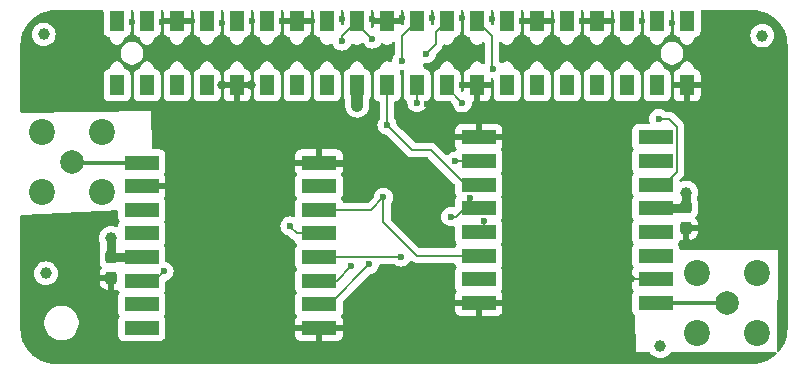
<source format=gbr>
%TF.GenerationSoftware,KiCad,Pcbnew,8.0.6*%
%TF.CreationDate,2024-10-20T18:51:53+08:00*%
%TF.ProjectId,RFM69HCW_v5,52464d36-3948-4435-975f-76352e6b6963,rev?*%
%TF.SameCoordinates,Original*%
%TF.FileFunction,Copper,L1,Top*%
%TF.FilePolarity,Positive*%
%FSLAX46Y46*%
G04 Gerber Fmt 4.6, Leading zero omitted, Abs format (unit mm)*
G04 Created by KiCad (PCBNEW 8.0.6) date 2024-10-20 18:51:53*
%MOMM*%
%LPD*%
G01*
G04 APERTURE LIST*
G04 Aperture macros list*
%AMRoundRect*
0 Rectangle with rounded corners*
0 $1 Rounding radius*
0 $2 $3 $4 $5 $6 $7 $8 $9 X,Y pos of 4 corners*
0 Add a 4 corners polygon primitive as box body*
4,1,4,$2,$3,$4,$5,$6,$7,$8,$9,$2,$3,0*
0 Add four circle primitives for the rounded corners*
1,1,$1+$1,$2,$3*
1,1,$1+$1,$4,$5*
1,1,$1+$1,$6,$7*
1,1,$1+$1,$8,$9*
0 Add four rect primitives between the rounded corners*
20,1,$1+$1,$2,$3,$4,$5,0*
20,1,$1+$1,$4,$5,$6,$7,0*
20,1,$1+$1,$6,$7,$8,$9,0*
20,1,$1+$1,$8,$9,$2,$3,0*%
G04 Aperture macros list end*
%TA.AperFunction,SMDPad,CuDef*%
%ADD10R,3.000000X1.200000*%
%TD*%
%TA.AperFunction,SMDPad,CuDef*%
%ADD11C,1.000000*%
%TD*%
%TA.AperFunction,SMDPad,CuDef*%
%ADD12R,1.270000X1.680000*%
%TD*%
%TA.AperFunction,ComponentPad*%
%ADD13C,2.000000*%
%TD*%
%TA.AperFunction,ComponentPad*%
%ADD14C,2.200000*%
%TD*%
%TA.AperFunction,SMDPad,CuDef*%
%ADD15RoundRect,0.237500X-0.237500X0.287500X-0.237500X-0.287500X0.237500X-0.287500X0.237500X0.287500X0*%
%TD*%
%TA.AperFunction,ViaPad*%
%ADD16C,0.600000*%
%TD*%
%TA.AperFunction,ViaPad*%
%ADD17C,0.800000*%
%TD*%
%TA.AperFunction,ViaPad*%
%ADD18C,1.000000*%
%TD*%
%TA.AperFunction,Conductor*%
%ADD19C,0.200000*%
%TD*%
%TA.AperFunction,Conductor*%
%ADD20C,0.300000*%
%TD*%
%TA.AperFunction,Conductor*%
%ADD21C,0.400000*%
%TD*%
%TA.AperFunction,Conductor*%
%ADD22C,0.600000*%
%TD*%
%TA.AperFunction,Conductor*%
%ADD23C,0.500000*%
%TD*%
%TA.AperFunction,Conductor*%
%ADD24C,0.800000*%
%TD*%
%TA.AperFunction,Conductor*%
%ADD25C,1.000000*%
%TD*%
G04 APERTURE END LIST*
D10*
%TO.P,REF\u002A\u002A,*%
%TO.N,GND*%
X156700000Y-103380000D03*
%TO.N,MISO*%
X156700000Y-101380000D03*
%TO.N,MOSI*%
X156700000Y-99380000D03*
%TO.N,SLCK*%
X156700000Y-97380000D03*
%TO.N,RST*%
X156700000Y-93380000D03*
%TO.N,GND*%
X156700000Y-89380000D03*
%TO.N,3v3*%
X141700000Y-97380000D03*
%TO.N,GND*%
X141700000Y-91380000D03*
%TO.N,ANT433*%
X141700000Y-89380000D03*
%TO.P,REF\u002A\u002A,DIO0*%
%TO.N,INTER*%
X141700000Y-99380000D03*
%TO.P,REF\u002A\u002A,DIO1*%
%TO.N,N/C*%
X141700000Y-101380000D03*
%TO.P,REF\u002A\u002A,DIO2*%
X141700000Y-103380000D03*
%TO.P,REF\u002A\u002A,DIO3*%
X141700000Y-93380000D03*
%TO.P,REF\u002A\u002A,DIO4*%
X141700000Y-95380000D03*
%TO.P,REF\u002A\u002A,DIO5*%
X156700000Y-91380000D03*
%TO.P,REF\u002A\u002A,NSS*%
%TO.N,CS0*%
X156700000Y-95380000D03*
%TD*%
D11*
%TO.P,FID1,*%
%TO.N,*%
X133590000Y-98750000D03*
%TD*%
%TO.P,FID4,*%
%TO.N,*%
X194240000Y-78630000D03*
%TD*%
D12*
%TO.P,REF\u002A\u002A,*%
%TO.N,3v3*%
X159930000Y-82840000D03*
%TO.N,MOSI*%
X162470000Y-82840000D03*
%TO.N,MISO*%
X165010000Y-82840000D03*
%TO.N,SLCK*%
X167550000Y-82840000D03*
%TO.P,REF\u002A\u002A,01*%
%TO.N,5v2RPi*%
X139610000Y-77400000D03*
%TO.P,REF\u002A\u002A,03*%
%TO.N,N/C*%
X142150000Y-77400000D03*
%TO.P,REF\u002A\u002A,3v3*%
X139610000Y-82840000D03*
%TO.P,REF\u002A\u002A,04*%
X142150000Y-82840000D03*
%TO.P,REF\u002A\u002A,06*%
X144690000Y-82840000D03*
%TO.P,REF\u002A\u002A,07*%
X147230000Y-77400000D03*
%TO.P,REF\u002A\u002A,08*%
X147230000Y-82840000D03*
%TO.P,REF\u002A\u002A,09*%
X149770000Y-77400000D03*
%TO.P,REF\u002A\u002A,11*%
X152310000Y-77400000D03*
%TO.P,REF\u002A\u002A,14*%
X154850000Y-82840000D03*
%TO.P,REF\u002A\u002A,15*%
X157390000Y-77400000D03*
%TO.P,REF\u002A\u002A,16*%
X157390000Y-82840000D03*
%TO.P,REF\u002A\u002A,24*%
%TO.N,INTER*%
X159930000Y-77400000D03*
%TO.P,REF\u002A\u002A,25*%
%TO.N,CS1*%
X170090000Y-77400000D03*
%TO.P,REF\u002A\u002A,27*%
%TO.N,N/C*%
X172630000Y-77400000D03*
%TO.P,REF\u002A\u002A,28*%
X172630000Y-82840000D03*
%TO.P,REF\u002A\u002A,30*%
X175170000Y-82840000D03*
%TO.P,REF\u002A\u002A,31*%
X177710000Y-77400000D03*
%TO.P,REF\u002A\u002A,32*%
X177710000Y-82840000D03*
%TO.P,REF\u002A\u002A,34*%
X180250000Y-82840000D03*
%TO.P,REF\u002A\u002A,35*%
X182790000Y-77400000D03*
%TO.P,REF\u002A\u002A,36*%
X182790000Y-82840000D03*
%TO.P,REF\u002A\u002A,37*%
X185330000Y-77400000D03*
%TO.P,REF\u002A\u002A,38*%
X185330000Y-82840000D03*
%TO.P,REF\u002A\u002A,39*%
X187870000Y-77400000D03*
%TO.P,REF\u002A\u002A,GND*%
%TO.N,GND*%
X149770000Y-82840000D03*
X170090000Y-82840000D03*
X187870000Y-82840000D03*
X144690000Y-77400000D03*
X154850000Y-77400000D03*
X162470000Y-77400000D03*
X175170000Y-77400000D03*
X180250000Y-77400000D03*
%TO.P,REF\u002A\u002A,GPIO8*%
%TO.N,CS0*%
X167550000Y-77400000D03*
%TO.P,REF\u002A\u002A,GPIO17*%
%TO.N,N/C*%
X152310000Y-82840000D03*
%TO.P,REF\u002A\u002A,GPIO25*%
%TO.N,RST*%
X165010000Y-77400000D03*
%TD*%
D11*
%TO.P,FID2,*%
%TO.N,*%
X133400000Y-78530000D03*
%TD*%
D13*
%TO.P,REF\u002A\u002A,*%
%TO.N,ANT433*%
X135800000Y-89320000D03*
D14*
%TO.N,GND*%
X138340000Y-91860000D03*
%TO.P,REF\u002A\u002A,2*%
X133260000Y-86780000D03*
X133260000Y-91860000D03*
X138340000Y-86780000D03*
%TD*%
D11*
%TO.P,FID5,*%
%TO.N,*%
X185610000Y-104940000D03*
%TD*%
D10*
%TO.P,REF\u002A\u002A,*%
%TO.N,GND*%
X170220000Y-87260000D03*
%TO.N,MISO*%
X170220000Y-89260000D03*
%TO.N,MOSI*%
X170220000Y-91260000D03*
%TO.N,SLCK*%
X170220000Y-93260000D03*
%TO.N,RST*%
X170220000Y-97260000D03*
%TO.N,GND*%
X170220000Y-101260000D03*
%TO.N,3v3*%
X185220000Y-93260000D03*
%TO.N,GND*%
X185220000Y-99260000D03*
%TO.N,ANT915*%
X185220000Y-101260000D03*
%TO.P,REF\u002A\u002A,DIO0*%
%TO.N,INTER*%
X185220000Y-91260000D03*
%TO.P,REF\u002A\u002A,DIO1*%
%TO.N,N/C*%
X185220000Y-89260000D03*
%TO.P,REF\u002A\u002A,DIO2*%
X185220000Y-87260000D03*
%TO.P,REF\u002A\u002A,DIO3*%
X185220000Y-97260000D03*
%TO.P,REF\u002A\u002A,DIO4*%
X185220000Y-95260000D03*
%TO.P,REF\u002A\u002A,DIO5*%
X170220000Y-99260000D03*
%TO.P,REF\u002A\u002A,NSS*%
%TO.N,CS1*%
X170220000Y-95260000D03*
%TD*%
D13*
%TO.P,REF\u002A\u002A,*%
%TO.N,ANT915*%
X191270000Y-101280000D03*
D14*
%TO.N,GND*%
X188730000Y-98740000D03*
%TO.P,REF\u002A\u002A,2*%
X193810000Y-103820000D03*
X193810000Y-98740000D03*
X188730000Y-103820000D03*
%TD*%
D15*
%TO.P,D1,*%
%TO.N,GND*%
X187810000Y-94927500D03*
%TO.P,D1,1*%
%TO.N,3v3*%
X187810000Y-93177500D03*
%TD*%
%TO.P,D1,*%
%TO.N,GND*%
X139110000Y-99160000D03*
%TO.P,D1,1*%
%TO.N,3v3*%
X139110000Y-97410000D03*
%TD*%
D16*
%TO.N,GND*%
X187220000Y-105920000D03*
X189520000Y-106000000D03*
X191530000Y-105980000D03*
X181690000Y-84510000D03*
%TO.N,MISO*%
X160980000Y-97990000D03*
%TO.N,GND*%
X139690000Y-105950000D03*
X155650000Y-85940000D03*
X172610000Y-101770000D03*
X195870000Y-99860000D03*
X184060000Y-77420000D03*
X153690000Y-105950000D03*
D17*
X149790000Y-84560000D03*
D16*
X145920000Y-77390000D03*
X169750000Y-102820000D03*
X183690000Y-105950000D03*
X192660000Y-85750000D03*
X148510000Y-77540000D03*
X195870000Y-83860000D03*
X153600000Y-86010000D03*
X193660000Y-89480000D03*
X193670000Y-105990000D03*
X143880000Y-84440000D03*
X161689999Y-105950000D03*
X159190000Y-103950000D03*
X181520000Y-77390000D03*
X168850000Y-82840000D03*
X143690000Y-105950000D03*
X145690000Y-105950000D03*
X170110000Y-84280000D03*
X141880000Y-84440000D03*
X131870000Y-80840000D03*
X195870000Y-89860000D03*
X177690000Y-105950000D03*
X139090000Y-100385000D03*
X190860000Y-91880000D03*
X170700000Y-102810000D03*
X195870000Y-97860000D03*
X137100001Y-77070000D03*
X147690000Y-105950000D03*
X177880000Y-84440000D03*
X171340000Y-77200000D03*
X167690000Y-105950000D03*
X167480000Y-84390000D03*
X157690000Y-105950000D03*
X151690000Y-105950000D03*
X188090000Y-84710000D03*
X169690000Y-105950000D03*
X195870000Y-91860000D03*
X181530000Y-79220000D03*
X172430000Y-87920000D03*
X163690000Y-105950000D03*
X194760000Y-88550000D03*
X172650000Y-84690000D03*
X187830000Y-96050000D03*
X195870000Y-93859999D03*
X193710000Y-90530000D03*
X172610000Y-100510000D03*
X158310000Y-86030000D03*
X165880000Y-84440000D03*
X141690000Y-105950000D03*
X153600000Y-77370000D03*
X131870000Y-84840000D03*
X195870000Y-95860000D03*
X163720000Y-77180000D03*
X172470000Y-86500000D03*
X195590000Y-84970000D03*
X131870000Y-96840000D03*
X195870000Y-85860000D03*
X149270000Y-85900000D03*
X195870000Y-87860000D03*
D17*
X150980000Y-82840000D03*
D16*
X166250000Y-77110000D03*
X188680000Y-88230000D03*
X131870000Y-78839999D03*
X167900000Y-87870000D03*
X165690000Y-105950000D03*
X158930000Y-89380000D03*
X182790000Y-98600000D03*
X179880000Y-84440000D03*
X154360000Y-102670000D03*
X179690000Y-105950000D03*
X133850000Y-76970000D03*
X155690000Y-105950000D03*
X195900000Y-79090000D03*
X151040000Y-77390000D03*
X143450000Y-77440000D03*
X186610000Y-77540000D03*
X149689999Y-105950000D03*
X168830000Y-80530000D03*
X178950000Y-77390000D03*
X190630000Y-89680000D03*
X195870000Y-81859999D03*
X140890000Y-77510000D03*
X189730000Y-83370000D03*
X195870000Y-101860000D03*
D17*
X148480000Y-82830000D03*
D16*
X131870000Y-94840000D03*
X137689999Y-105950000D03*
X175690000Y-105950000D03*
X193260000Y-77080000D03*
X143860000Y-91380000D03*
X167690000Y-101870000D03*
X189730000Y-82110000D03*
X135390000Y-77080000D03*
X131870000Y-98840000D03*
X154350000Y-103960000D03*
X167710000Y-100670000D03*
X158630000Y-77250000D03*
X156690000Y-104980000D03*
X181690000Y-105950000D03*
X175200000Y-84550000D03*
X131830000Y-82850000D03*
X168830000Y-77130000D03*
X176420000Y-77380000D03*
X161200000Y-77230000D03*
X195790000Y-88880000D03*
X182790000Y-99860000D03*
X191840001Y-76980000D03*
X168830000Y-79270000D03*
X195920000Y-103760000D03*
X160510000Y-86050000D03*
X167900000Y-86610000D03*
X147880000Y-84440000D03*
X189610000Y-85900000D03*
X145880000Y-84440000D03*
X189840000Y-76980000D03*
X185880000Y-84440000D03*
X159010000Y-88100000D03*
X156110000Y-77380000D03*
X131870000Y-100840000D03*
X159150000Y-102580000D03*
X173689999Y-105950000D03*
X178950000Y-79160000D03*
X159690000Y-105950000D03*
X173880000Y-77390000D03*
X139879999Y-84440000D03*
X183880000Y-84440000D03*
X171690000Y-105950000D03*
D18*
%TO.N,3v3*%
X159950000Y-84560000D03*
X139110000Y-95780000D03*
X187810000Y-91920000D03*
D16*
%TO.N,MOSI*%
X159450000Y-98140000D03*
X162470000Y-86210000D03*
%TO.N,MISO*%
X165010000Y-84310000D03*
X168240000Y-89260000D03*
%TO.N,SLCK*%
X169470000Y-92360002D03*
X167870000Y-93970000D03*
X163680000Y-97370000D03*
X168850000Y-84330000D03*
%TO.N,CS0*%
X165810000Y-80150000D03*
X154260000Y-94750000D03*
%TO.N,RST*%
X163740000Y-80750000D03*
X162165000Y-92335000D03*
%TO.N,INTER*%
X158650000Y-79090000D03*
X161220000Y-78930000D03*
X143582500Y-98592500D03*
X185460000Y-85680000D03*
%TO.N,CS1*%
X170690000Y-94360002D03*
X171430000Y-81430000D03*
%TD*%
D19*
%TO.N,CS1*%
X171430000Y-81430000D02*
X171350000Y-81350000D01*
X171350000Y-81350000D02*
X171350000Y-78660000D01*
X171350000Y-78660000D02*
X170090000Y-77400000D01*
X171430000Y-81430000D02*
X171580000Y-81280000D01*
X170690000Y-94360002D02*
X170690000Y-94790000D01*
X170690000Y-94790000D02*
X170220000Y-95260000D01*
%TO.N,SLCK*%
X169470000Y-92360002D02*
X169470000Y-92510000D01*
X169470000Y-92510000D02*
X170220000Y-93260000D01*
%TO.N,INTER*%
X143582500Y-98592500D02*
X142795000Y-99380000D01*
X142795000Y-99380000D02*
X141700000Y-99380000D01*
X158650000Y-79090000D02*
X158650000Y-78680000D01*
X158650000Y-78680000D02*
X159930000Y-77400000D01*
X185920000Y-91260000D02*
X185220000Y-91260000D01*
X187020000Y-90160000D02*
X185920000Y-91260000D01*
X187020000Y-86360000D02*
X187020000Y-90160000D01*
X186340000Y-85680000D02*
X187020000Y-86360000D01*
X185460000Y-85680000D02*
X186340000Y-85680000D01*
%TO.N,SLCK*%
X167870000Y-93970000D02*
X168340000Y-93970000D01*
X168340000Y-93970000D02*
X169050000Y-93260000D01*
X169050000Y-93260000D02*
X170220000Y-93260000D01*
X163680000Y-97370000D02*
X163670000Y-97380000D01*
X163670000Y-97380000D02*
X156700000Y-97380000D01*
%TO.N,MISO*%
X156700000Y-101380000D02*
X157600000Y-101380000D01*
X157600000Y-101380000D02*
X160980000Y-98000000D01*
X160980000Y-98000000D02*
X160980000Y-97990000D01*
%TO.N,GND*%
X143450000Y-77440000D02*
X143490000Y-77400000D01*
X185220000Y-99260000D02*
X183450000Y-99260000D01*
X170220000Y-87260000D02*
X168700000Y-87260000D01*
D20*
X193150000Y-99260000D02*
X193690000Y-98720000D01*
D21*
X139110000Y-99160000D02*
X139110000Y-100365000D01*
D19*
X187830000Y-96050000D02*
X187830000Y-94947500D01*
D22*
X158930000Y-89380000D02*
X156700000Y-89380000D01*
D23*
X143860000Y-91380000D02*
X141700000Y-91380000D01*
D22*
X187870000Y-83025000D02*
X187870000Y-83280000D01*
D19*
X183450000Y-99260000D02*
X182790000Y-98600000D01*
X187830000Y-94947500D02*
X187810000Y-94927500D01*
D20*
X133770000Y-91380000D02*
X133230000Y-91920000D01*
D19*
X162270000Y-77600000D02*
X162190000Y-77520000D01*
D22*
X187870000Y-83300000D02*
X187870000Y-83025000D01*
D19*
%TO.N,ANT433*%
X135670000Y-89380000D02*
X135650000Y-89360000D01*
D20*
X141700000Y-89380000D02*
X135670000Y-89380000D01*
D24*
%TO.N,3v3*%
X139110000Y-95780000D02*
X139110000Y-97455000D01*
X187810000Y-93177500D02*
X187810000Y-91920000D01*
X139110000Y-97455000D02*
X139120000Y-97465000D01*
X185220000Y-93260000D02*
X187715000Y-93260000D01*
D25*
X159950000Y-84560000D02*
X159950000Y-82860000D01*
D19*
X187715000Y-93260000D02*
X187790000Y-93185000D01*
X159950000Y-82860000D02*
X159930000Y-82840000D01*
D24*
X141700000Y-97380000D02*
X139205000Y-97380000D01*
D19*
X139120000Y-97465000D02*
X139205000Y-97380000D01*
%TO.N,MOSI*%
X169130000Y-91260000D02*
X170220000Y-91260000D01*
X166180000Y-88310000D02*
X169130000Y-91260000D01*
X162470000Y-83090000D02*
X162470000Y-83160000D01*
X156700000Y-99380000D02*
X158210000Y-99380000D01*
X158210000Y-99380000D02*
X159450000Y-98140000D01*
X164590000Y-88310000D02*
X166180000Y-88310000D01*
X162490000Y-86210000D02*
X162470000Y-86210000D01*
X164590000Y-88310000D02*
X162490000Y-86210000D01*
X162470000Y-82840000D02*
X162470000Y-86210000D01*
%TO.N,MISO*%
X170220000Y-89260000D02*
X168240000Y-89260000D01*
X165010000Y-82840000D02*
X165010000Y-84310000D01*
X171120000Y-89260000D02*
X170220000Y-89260000D01*
%TO.N,SLCK*%
X168850000Y-84320000D02*
X167460000Y-82930000D01*
X168850000Y-84330000D02*
X168850000Y-84320000D01*
%TO.N,CS0*%
X154810000Y-95380000D02*
X156700000Y-95380000D01*
X165810000Y-80150000D02*
X166580000Y-79380000D01*
X154810000Y-95380000D02*
X154260000Y-94830000D01*
X154260000Y-94830000D02*
X154260000Y-94750000D01*
X166580000Y-78370000D02*
X167550000Y-77400000D01*
X166580000Y-79380000D02*
X166580000Y-78370000D01*
%TO.N,RST*%
X163740000Y-80750000D02*
X163740000Y-78670000D01*
X165000000Y-97260000D02*
X170220000Y-97260000D01*
X162165000Y-94425000D02*
X165000000Y-97260000D01*
X162165000Y-92335000D02*
X161120000Y-93380000D01*
X162165000Y-92335000D02*
X162165000Y-94425000D01*
X161120000Y-93380000D02*
X156700000Y-93380000D01*
X163740000Y-78670000D02*
X165010000Y-77400000D01*
%TO.N,INTER*%
X161220000Y-78930000D02*
X159930000Y-77640000D01*
X159930000Y-77640000D02*
X159930000Y-77400000D01*
D20*
%TO.N,ANT915*%
X185220000Y-101260000D02*
X191250000Y-101260000D01*
D19*
X191250000Y-101260000D02*
X191270000Y-101280000D01*
%TD*%
%TA.AperFunction,Conductor*%
%TO.N,GND*%
G36*
X138408621Y-76490502D02*
G01*
X138455114Y-76544158D01*
X138466500Y-76596500D01*
X138466500Y-78288649D01*
X138473009Y-78349196D01*
X138473011Y-78349204D01*
X138524110Y-78486202D01*
X138524112Y-78486207D01*
X138611738Y-78603261D01*
X138728792Y-78690887D01*
X138728794Y-78690888D01*
X138728796Y-78690889D01*
X138787875Y-78712924D01*
X138865795Y-78741988D01*
X138865803Y-78741990D01*
X138929717Y-78748861D01*
X138929596Y-78749984D01*
X138992167Y-78772038D01*
X139035738Y-78828092D01*
X139044500Y-78874259D01*
X139044500Y-78924448D01*
X139044499Y-78924448D01*
X139083037Y-79068272D01*
X139083040Y-79068279D01*
X139157484Y-79197221D01*
X139157492Y-79197231D01*
X139262768Y-79302507D01*
X139262773Y-79302511D01*
X139262775Y-79302513D01*
X139262776Y-79302514D01*
X139262778Y-79302515D01*
X139340311Y-79347278D01*
X139391725Y-79376962D01*
X139535550Y-79415500D01*
X139535552Y-79415500D01*
X139684448Y-79415500D01*
X139684450Y-79415500D01*
X139828275Y-79376962D01*
X139957225Y-79302513D01*
X140062513Y-79197225D01*
X140136962Y-79068275D01*
X140175500Y-78924450D01*
X140175500Y-78874259D01*
X140195502Y-78806138D01*
X140249158Y-78759645D01*
X140290354Y-78749527D01*
X140290283Y-78748861D01*
X140354196Y-78741990D01*
X140354199Y-78741989D01*
X140354201Y-78741989D01*
X140491204Y-78690889D01*
X140491799Y-78690444D01*
X140608261Y-78603261D01*
X140695887Y-78486207D01*
X140695887Y-78486206D01*
X140695889Y-78486204D01*
X140746989Y-78349201D01*
X140748638Y-78333868D01*
X140753499Y-78288649D01*
X140753500Y-78288632D01*
X140753500Y-76596500D01*
X140773502Y-76528379D01*
X140827158Y-76481886D01*
X140879500Y-76470500D01*
X140880500Y-76470500D01*
X140948621Y-76490502D01*
X140995114Y-76544158D01*
X141006500Y-76596500D01*
X141006500Y-78288649D01*
X141013009Y-78349196D01*
X141013011Y-78349204D01*
X141064110Y-78486202D01*
X141064112Y-78486207D01*
X141151738Y-78603261D01*
X141268792Y-78690887D01*
X141268794Y-78690888D01*
X141268796Y-78690889D01*
X141327875Y-78712924D01*
X141405795Y-78741988D01*
X141405803Y-78741990D01*
X141469717Y-78748861D01*
X141469596Y-78749984D01*
X141532167Y-78772038D01*
X141575738Y-78828092D01*
X141584500Y-78874259D01*
X141584500Y-78924448D01*
X141584499Y-78924448D01*
X141623037Y-79068272D01*
X141623040Y-79068279D01*
X141697484Y-79197221D01*
X141697492Y-79197231D01*
X141802768Y-79302507D01*
X141802773Y-79302511D01*
X141802775Y-79302513D01*
X141802776Y-79302514D01*
X141802778Y-79302515D01*
X141880311Y-79347278D01*
X141931725Y-79376962D01*
X142075550Y-79415500D01*
X142075552Y-79415500D01*
X142224448Y-79415500D01*
X142224450Y-79415500D01*
X142368275Y-79376962D01*
X142497225Y-79302513D01*
X142602513Y-79197225D01*
X142676962Y-79068275D01*
X142715500Y-78924450D01*
X142715500Y-78874259D01*
X142735502Y-78806138D01*
X142789158Y-78759645D01*
X142830354Y-78749527D01*
X142830283Y-78748861D01*
X142894196Y-78741990D01*
X142894199Y-78741989D01*
X142894201Y-78741989D01*
X143031204Y-78690889D01*
X143031799Y-78690444D01*
X143148261Y-78603261D01*
X143235887Y-78486207D01*
X143235887Y-78486206D01*
X143235889Y-78486204D01*
X143286989Y-78349201D01*
X143288638Y-78333868D01*
X143293499Y-78288649D01*
X143293500Y-78288632D01*
X143293500Y-78288597D01*
X143547000Y-78288597D01*
X143553505Y-78349093D01*
X143604555Y-78485964D01*
X143604555Y-78485965D01*
X143692095Y-78602904D01*
X143809034Y-78690444D01*
X143945906Y-78741494D01*
X144009766Y-78748361D01*
X144009644Y-78749491D01*
X144072190Y-78771553D01*
X144115748Y-78827617D01*
X144124500Y-78873757D01*
X144124500Y-78924448D01*
X144124499Y-78924448D01*
X144163037Y-79068272D01*
X144163040Y-79068279D01*
X144237484Y-79197221D01*
X144237492Y-79197231D01*
X144342768Y-79302507D01*
X144342773Y-79302511D01*
X144342775Y-79302513D01*
X144342776Y-79302514D01*
X144342778Y-79302515D01*
X144420311Y-79347278D01*
X144471725Y-79376962D01*
X144615550Y-79415500D01*
X144615552Y-79415500D01*
X144764448Y-79415500D01*
X144764450Y-79415500D01*
X144908275Y-79376962D01*
X145037225Y-79302513D01*
X145142513Y-79197225D01*
X145216962Y-79068275D01*
X145255500Y-78924450D01*
X145255500Y-78873757D01*
X145275502Y-78805636D01*
X145329158Y-78759143D01*
X145370306Y-78749032D01*
X145370234Y-78748361D01*
X145434093Y-78741494D01*
X145570964Y-78690444D01*
X145570965Y-78690444D01*
X145687904Y-78602904D01*
X145775444Y-78485965D01*
X145775444Y-78485964D01*
X145826494Y-78349093D01*
X145832999Y-78288597D01*
X145833000Y-78288585D01*
X145833000Y-77654000D01*
X143547000Y-77654000D01*
X143547000Y-78288597D01*
X143293500Y-78288597D01*
X143293500Y-76596500D01*
X143313502Y-76528379D01*
X143367158Y-76481886D01*
X143419500Y-76470500D01*
X143421000Y-76470500D01*
X143489121Y-76490502D01*
X143535614Y-76544158D01*
X143547000Y-76596500D01*
X143547000Y-77146000D01*
X145833000Y-77146000D01*
X145833000Y-76596500D01*
X145853002Y-76528379D01*
X145906658Y-76481886D01*
X145959000Y-76470500D01*
X145960500Y-76470500D01*
X146028621Y-76490502D01*
X146075114Y-76544158D01*
X146086500Y-76596500D01*
X146086500Y-78288649D01*
X146093009Y-78349196D01*
X146093011Y-78349204D01*
X146144110Y-78486202D01*
X146144112Y-78486207D01*
X146231738Y-78603261D01*
X146348792Y-78690887D01*
X146348794Y-78690888D01*
X146348796Y-78690889D01*
X146407875Y-78712924D01*
X146485795Y-78741988D01*
X146485803Y-78741990D01*
X146549717Y-78748861D01*
X146549596Y-78749984D01*
X146612167Y-78772038D01*
X146655738Y-78828092D01*
X146664500Y-78874259D01*
X146664500Y-78924448D01*
X146664499Y-78924448D01*
X146703037Y-79068272D01*
X146703040Y-79068279D01*
X146777484Y-79197221D01*
X146777492Y-79197231D01*
X146882768Y-79302507D01*
X146882773Y-79302511D01*
X146882775Y-79302513D01*
X146882776Y-79302514D01*
X146882778Y-79302515D01*
X146960311Y-79347278D01*
X147011725Y-79376962D01*
X147155550Y-79415500D01*
X147155552Y-79415500D01*
X147304448Y-79415500D01*
X147304450Y-79415500D01*
X147448275Y-79376962D01*
X147577225Y-79302513D01*
X147682513Y-79197225D01*
X147756962Y-79068275D01*
X147795500Y-78924450D01*
X147795500Y-78874259D01*
X147815502Y-78806138D01*
X147869158Y-78759645D01*
X147910354Y-78749527D01*
X147910283Y-78748861D01*
X147974196Y-78741990D01*
X147974199Y-78741989D01*
X147974201Y-78741989D01*
X148111204Y-78690889D01*
X148111799Y-78690444D01*
X148228261Y-78603261D01*
X148315887Y-78486207D01*
X148315887Y-78486206D01*
X148315889Y-78486204D01*
X148366989Y-78349201D01*
X148368638Y-78333868D01*
X148373499Y-78288649D01*
X148373500Y-78288632D01*
X148373500Y-76596500D01*
X148393502Y-76528379D01*
X148447158Y-76481886D01*
X148499500Y-76470500D01*
X148500500Y-76470500D01*
X148568621Y-76490502D01*
X148615114Y-76544158D01*
X148626500Y-76596500D01*
X148626500Y-78288649D01*
X148633009Y-78349196D01*
X148633011Y-78349204D01*
X148684110Y-78486202D01*
X148684112Y-78486207D01*
X148771738Y-78603261D01*
X148888792Y-78690887D01*
X148888794Y-78690888D01*
X148888796Y-78690889D01*
X148947875Y-78712924D01*
X149025795Y-78741988D01*
X149025803Y-78741990D01*
X149089717Y-78748861D01*
X149089596Y-78749984D01*
X149152167Y-78772038D01*
X149195738Y-78828092D01*
X149204500Y-78874259D01*
X149204500Y-78924448D01*
X149204499Y-78924448D01*
X149243037Y-79068272D01*
X149243040Y-79068279D01*
X149317484Y-79197221D01*
X149317492Y-79197231D01*
X149422768Y-79302507D01*
X149422773Y-79302511D01*
X149422775Y-79302513D01*
X149422776Y-79302514D01*
X149422778Y-79302515D01*
X149500311Y-79347278D01*
X149551725Y-79376962D01*
X149695550Y-79415500D01*
X149695552Y-79415500D01*
X149844448Y-79415500D01*
X149844450Y-79415500D01*
X149988275Y-79376962D01*
X150117225Y-79302513D01*
X150222513Y-79197225D01*
X150296962Y-79068275D01*
X150335500Y-78924450D01*
X150335500Y-78874259D01*
X150355502Y-78806138D01*
X150409158Y-78759645D01*
X150450354Y-78749527D01*
X150450283Y-78748861D01*
X150514196Y-78741990D01*
X150514199Y-78741989D01*
X150514201Y-78741989D01*
X150651204Y-78690889D01*
X150651799Y-78690444D01*
X150768261Y-78603261D01*
X150855887Y-78486207D01*
X150855887Y-78486206D01*
X150855889Y-78486204D01*
X150906989Y-78349201D01*
X150908638Y-78333868D01*
X150913499Y-78288649D01*
X150913500Y-78288632D01*
X150913500Y-76596500D01*
X150933502Y-76528379D01*
X150987158Y-76481886D01*
X151039500Y-76470500D01*
X151040500Y-76470500D01*
X151108621Y-76490502D01*
X151155114Y-76544158D01*
X151166500Y-76596500D01*
X151166500Y-78288649D01*
X151173009Y-78349196D01*
X151173011Y-78349204D01*
X151224110Y-78486202D01*
X151224112Y-78486207D01*
X151311738Y-78603261D01*
X151428792Y-78690887D01*
X151428794Y-78690888D01*
X151428796Y-78690889D01*
X151487875Y-78712924D01*
X151565795Y-78741988D01*
X151565803Y-78741990D01*
X151629717Y-78748861D01*
X151629596Y-78749984D01*
X151692167Y-78772038D01*
X151735738Y-78828092D01*
X151744500Y-78874259D01*
X151744500Y-78924448D01*
X151744499Y-78924448D01*
X151783037Y-79068272D01*
X151783040Y-79068279D01*
X151857484Y-79197221D01*
X151857492Y-79197231D01*
X151962768Y-79302507D01*
X151962773Y-79302511D01*
X151962775Y-79302513D01*
X151962776Y-79302514D01*
X151962778Y-79302515D01*
X152040311Y-79347278D01*
X152091725Y-79376962D01*
X152235550Y-79415500D01*
X152235552Y-79415500D01*
X152384448Y-79415500D01*
X152384450Y-79415500D01*
X152528275Y-79376962D01*
X152657225Y-79302513D01*
X152762513Y-79197225D01*
X152836962Y-79068275D01*
X152875500Y-78924450D01*
X152875500Y-78874259D01*
X152895502Y-78806138D01*
X152949158Y-78759645D01*
X152990354Y-78749527D01*
X152990283Y-78748861D01*
X153054196Y-78741990D01*
X153054199Y-78741989D01*
X153054201Y-78741989D01*
X153191204Y-78690889D01*
X153191799Y-78690444D01*
X153308261Y-78603261D01*
X153395887Y-78486207D01*
X153395887Y-78486206D01*
X153395889Y-78486204D01*
X153446989Y-78349201D01*
X153448638Y-78333868D01*
X153453499Y-78288649D01*
X153453500Y-78288632D01*
X153453500Y-78288597D01*
X153707000Y-78288597D01*
X153713505Y-78349093D01*
X153764555Y-78485964D01*
X153764555Y-78485965D01*
X153852095Y-78602904D01*
X153969034Y-78690444D01*
X154105906Y-78741494D01*
X154169766Y-78748361D01*
X154169644Y-78749491D01*
X154232190Y-78771553D01*
X154275748Y-78827617D01*
X154284500Y-78873757D01*
X154284500Y-78924448D01*
X154284499Y-78924448D01*
X154323037Y-79068272D01*
X154323040Y-79068279D01*
X154397484Y-79197221D01*
X154397492Y-79197231D01*
X154502768Y-79302507D01*
X154502773Y-79302511D01*
X154502775Y-79302513D01*
X154502776Y-79302514D01*
X154502778Y-79302515D01*
X154580311Y-79347278D01*
X154631725Y-79376962D01*
X154775550Y-79415500D01*
X154775552Y-79415500D01*
X154924448Y-79415500D01*
X154924450Y-79415500D01*
X155068275Y-79376962D01*
X155197225Y-79302513D01*
X155302513Y-79197225D01*
X155376962Y-79068275D01*
X155415500Y-78924450D01*
X155415500Y-78873757D01*
X155435502Y-78805636D01*
X155489158Y-78759143D01*
X155530306Y-78749032D01*
X155530234Y-78748361D01*
X155594093Y-78741494D01*
X155730964Y-78690444D01*
X155730965Y-78690444D01*
X155847904Y-78602904D01*
X155935444Y-78485965D01*
X155935444Y-78485964D01*
X155986494Y-78349093D01*
X155992999Y-78288597D01*
X155993000Y-78288585D01*
X155993000Y-77654000D01*
X153707000Y-77654000D01*
X153707000Y-78288597D01*
X153453500Y-78288597D01*
X153453500Y-76596500D01*
X153473502Y-76528379D01*
X153527158Y-76481886D01*
X153579500Y-76470500D01*
X153581000Y-76470500D01*
X153649121Y-76490502D01*
X153695614Y-76544158D01*
X153707000Y-76596500D01*
X153707000Y-77146000D01*
X155993000Y-77146000D01*
X155993000Y-76596500D01*
X156013002Y-76528379D01*
X156066658Y-76481886D01*
X156119000Y-76470500D01*
X156120500Y-76470500D01*
X156188621Y-76490502D01*
X156235114Y-76544158D01*
X156246500Y-76596500D01*
X156246500Y-78288649D01*
X156253009Y-78349196D01*
X156253011Y-78349204D01*
X156304110Y-78486202D01*
X156304112Y-78486207D01*
X156391738Y-78603261D01*
X156508792Y-78690887D01*
X156508794Y-78690888D01*
X156508796Y-78690889D01*
X156567875Y-78712924D01*
X156645795Y-78741988D01*
X156645803Y-78741990D01*
X156709717Y-78748861D01*
X156709596Y-78749984D01*
X156772167Y-78772038D01*
X156815738Y-78828092D01*
X156824500Y-78874259D01*
X156824500Y-78924448D01*
X156824499Y-78924448D01*
X156863037Y-79068272D01*
X156863040Y-79068279D01*
X156937484Y-79197221D01*
X156937492Y-79197231D01*
X157042768Y-79302507D01*
X157042773Y-79302511D01*
X157042775Y-79302513D01*
X157042776Y-79302514D01*
X157042778Y-79302515D01*
X157120311Y-79347278D01*
X157171725Y-79376962D01*
X157315550Y-79415500D01*
X157315552Y-79415500D01*
X157464448Y-79415500D01*
X157464450Y-79415500D01*
X157608275Y-79376962D01*
X157714147Y-79315836D01*
X157783143Y-79299099D01*
X157850234Y-79322320D01*
X157894121Y-79378127D01*
X157896076Y-79383341D01*
X157916957Y-79443015D01*
X157916958Y-79443018D01*
X158013887Y-79597279D01*
X158013888Y-79597281D01*
X158142718Y-79726111D01*
X158142720Y-79726112D01*
X158296981Y-79823041D01*
X158296982Y-79823041D01*
X158296985Y-79823043D01*
X158468953Y-79883217D01*
X158650000Y-79903616D01*
X158831047Y-79883217D01*
X159003015Y-79823043D01*
X159157281Y-79726111D01*
X159286111Y-79597281D01*
X159383043Y-79443015D01*
X159407286Y-79373732D01*
X159448663Y-79316043D01*
X159514663Y-79289880D01*
X159584330Y-79303552D01*
X159589195Y-79306219D01*
X159711725Y-79376962D01*
X159855550Y-79415500D01*
X159855552Y-79415500D01*
X160004448Y-79415500D01*
X160004450Y-79415500D01*
X160148275Y-79376962D01*
X160277225Y-79302513D01*
X160301827Y-79277910D01*
X160364137Y-79243886D01*
X160434953Y-79248950D01*
X160491789Y-79291495D01*
X160497609Y-79299970D01*
X160583887Y-79437279D01*
X160583888Y-79437281D01*
X160712718Y-79566111D01*
X160712720Y-79566112D01*
X160866981Y-79663041D01*
X160866982Y-79663041D01*
X160866985Y-79663043D01*
X161038953Y-79723217D01*
X161220000Y-79743616D01*
X161401047Y-79723217D01*
X161573015Y-79663043D01*
X161727281Y-79566111D01*
X161856111Y-79437281D01*
X161926955Y-79324532D01*
X161980131Y-79277497D01*
X162050298Y-79266676D01*
X162115177Y-79295508D01*
X162122736Y-79302475D01*
X162122768Y-79302507D01*
X162122773Y-79302511D01*
X162122775Y-79302513D01*
X162122776Y-79302514D01*
X162122778Y-79302515D01*
X162200311Y-79347278D01*
X162251725Y-79376962D01*
X162395550Y-79415500D01*
X162395552Y-79415500D01*
X162544448Y-79415500D01*
X162544450Y-79415500D01*
X162688275Y-79376962D01*
X162817225Y-79302513D01*
X162859784Y-79259954D01*
X162916405Y-79203334D01*
X162978717Y-79169308D01*
X163049532Y-79174373D01*
X163106368Y-79216920D01*
X163131179Y-79283440D01*
X163131500Y-79292429D01*
X163131500Y-80164006D01*
X163111498Y-80232127D01*
X163104008Y-80242570D01*
X163103883Y-80242725D01*
X163006958Y-80396981D01*
X163006957Y-80396984D01*
X162969855Y-80503018D01*
X162946783Y-80568953D01*
X162926862Y-80745761D01*
X162926384Y-80750001D01*
X162928628Y-80769919D01*
X162916378Y-80839851D01*
X162868264Y-80892058D01*
X162799563Y-80909966D01*
X162740420Y-80893144D01*
X162688279Y-80863040D01*
X162688276Y-80863039D01*
X162688275Y-80863038D01*
X162688273Y-80863037D01*
X162688272Y-80863037D01*
X162649735Y-80852711D01*
X162544450Y-80824500D01*
X162395550Y-80824500D01*
X162338260Y-80839851D01*
X162251727Y-80863037D01*
X162251720Y-80863040D01*
X162122778Y-80937484D01*
X162122768Y-80937492D01*
X162017492Y-81042768D01*
X162017484Y-81042778D01*
X161943040Y-81171720D01*
X161943037Y-81171727D01*
X161904500Y-81315551D01*
X161904500Y-81365740D01*
X161884498Y-81433861D01*
X161830842Y-81480354D01*
X161789646Y-81490480D01*
X161789717Y-81491139D01*
X161725803Y-81498009D01*
X161725795Y-81498011D01*
X161588797Y-81549110D01*
X161588792Y-81549112D01*
X161471738Y-81636738D01*
X161384112Y-81753792D01*
X161384110Y-81753797D01*
X161333011Y-81890795D01*
X161333009Y-81890803D01*
X161326500Y-81951350D01*
X161326500Y-83728649D01*
X161333009Y-83789196D01*
X161333011Y-83789204D01*
X161384110Y-83926202D01*
X161384112Y-83926207D01*
X161471738Y-84043261D01*
X161588792Y-84130887D01*
X161588794Y-84130888D01*
X161588796Y-84130889D01*
X161600368Y-84135205D01*
X161725795Y-84181988D01*
X161725798Y-84181988D01*
X161725799Y-84181989D01*
X161725804Y-84181990D01*
X161748966Y-84184480D01*
X161814559Y-84211648D01*
X161855051Y-84269965D01*
X161861500Y-84309758D01*
X161861500Y-85624006D01*
X161841498Y-85692127D01*
X161834008Y-85702570D01*
X161833883Y-85702725D01*
X161736958Y-85856981D01*
X161736957Y-85856984D01*
X161676785Y-86028948D01*
X161676783Y-86028953D01*
X161656384Y-86210000D01*
X161676783Y-86391047D01*
X161676783Y-86391049D01*
X161676784Y-86391050D01*
X161736957Y-86563015D01*
X161736958Y-86563018D01*
X161833887Y-86717279D01*
X161833888Y-86717281D01*
X161962718Y-86846111D01*
X161962720Y-86846112D01*
X162116981Y-86943041D01*
X162116982Y-86943041D01*
X162116985Y-86943043D01*
X162288953Y-87003217D01*
X162395836Y-87015259D01*
X162461288Y-87042763D01*
X162470823Y-87051372D01*
X164103078Y-88683627D01*
X164103079Y-88683628D01*
X164216372Y-88796921D01*
X164355128Y-88877032D01*
X164509889Y-88918500D01*
X164670110Y-88918500D01*
X165875761Y-88918500D01*
X165943882Y-88938502D01*
X165964856Y-88955405D01*
X168174595Y-91165144D01*
X168208621Y-91227456D01*
X168211500Y-91254239D01*
X168211500Y-91908649D01*
X168218009Y-91969196D01*
X168218011Y-91969204D01*
X168269110Y-92106202D01*
X168269113Y-92106207D01*
X168327715Y-92184491D01*
X168352526Y-92251011D01*
X168337434Y-92320386D01*
X168327715Y-92335509D01*
X168269113Y-92413792D01*
X168269110Y-92413797D01*
X168218011Y-92550795D01*
X168218009Y-92550803D01*
X168211500Y-92611350D01*
X168211500Y-93055406D01*
X168191498Y-93123527D01*
X168137842Y-93170020D01*
X168067568Y-93180124D01*
X168057461Y-93178247D01*
X168051044Y-93176782D01*
X167870000Y-93156384D01*
X167688953Y-93176783D01*
X167688950Y-93176783D01*
X167688949Y-93176784D01*
X167516984Y-93236957D01*
X167516981Y-93236958D01*
X167362720Y-93333887D01*
X167362718Y-93333888D01*
X167233888Y-93462718D01*
X167233887Y-93462720D01*
X167136958Y-93616981D01*
X167136957Y-93616984D01*
X167079475Y-93781260D01*
X167076783Y-93788953D01*
X167056384Y-93970000D01*
X167076783Y-94151047D01*
X167076783Y-94151049D01*
X167076784Y-94151050D01*
X167136957Y-94323015D01*
X167136958Y-94323018D01*
X167233887Y-94477279D01*
X167233888Y-94477281D01*
X167362718Y-94606111D01*
X167362720Y-94606112D01*
X167516981Y-94703041D01*
X167516982Y-94703041D01*
X167516985Y-94703043D01*
X167688953Y-94763217D01*
X167870000Y-94783616D01*
X168051047Y-94763217D01*
X168051058Y-94763212D01*
X168057461Y-94761752D01*
X168128325Y-94766094D01*
X168185592Y-94808058D01*
X168211081Y-94874321D01*
X168211500Y-94884593D01*
X168211500Y-95908649D01*
X168218009Y-95969196D01*
X168218011Y-95969204D01*
X168269110Y-96106202D01*
X168269113Y-96106207D01*
X168327715Y-96184491D01*
X168352526Y-96251011D01*
X168337434Y-96320386D01*
X168327715Y-96335509D01*
X168269113Y-96413792D01*
X168269110Y-96413797D01*
X168218010Y-96550799D01*
X168217141Y-96554478D01*
X168215683Y-96557036D01*
X168215256Y-96558184D01*
X168215070Y-96558114D01*
X168182009Y-96616173D01*
X168119099Y-96649079D01*
X168094519Y-96651500D01*
X165304239Y-96651500D01*
X165236118Y-96631498D01*
X165215144Y-96614595D01*
X162810405Y-94209856D01*
X162776379Y-94147544D01*
X162773500Y-94120761D01*
X162773500Y-92920993D01*
X162793502Y-92852872D01*
X162800999Y-92842421D01*
X162801104Y-92842287D01*
X162801111Y-92842281D01*
X162898043Y-92688015D01*
X162958217Y-92516047D01*
X162978616Y-92335000D01*
X162958217Y-92153953D01*
X162898043Y-91981985D01*
X162898041Y-91981982D01*
X162898041Y-91981981D01*
X162801112Y-91827720D01*
X162801111Y-91827718D01*
X162672281Y-91698888D01*
X162672279Y-91698887D01*
X162518018Y-91601958D01*
X162518015Y-91601957D01*
X162346050Y-91541784D01*
X162346049Y-91541783D01*
X162346047Y-91541783D01*
X162165000Y-91521384D01*
X161983953Y-91541783D01*
X161983950Y-91541783D01*
X161983949Y-91541784D01*
X161811984Y-91601957D01*
X161811981Y-91601958D01*
X161657720Y-91698887D01*
X161657718Y-91698888D01*
X161528888Y-91827718D01*
X161528887Y-91827720D01*
X161431958Y-91981981D01*
X161431957Y-91981984D01*
X161371783Y-92153950D01*
X161371782Y-92153957D01*
X161362278Y-92238297D01*
X161334774Y-92303749D01*
X161326167Y-92313282D01*
X160904856Y-92734595D01*
X160842544Y-92768620D01*
X160815760Y-92771500D01*
X158825481Y-92771500D01*
X158757360Y-92751498D01*
X158710867Y-92697842D01*
X158702859Y-92674478D01*
X158701989Y-92670799D01*
X158662757Y-92565615D01*
X158650889Y-92533796D01*
X158592283Y-92455508D01*
X158567473Y-92388989D01*
X158582564Y-92319615D01*
X158592279Y-92304496D01*
X158650889Y-92226204D01*
X158701989Y-92089201D01*
X158708500Y-92028638D01*
X158708500Y-90731362D01*
X158702001Y-90670906D01*
X158701990Y-90670803D01*
X158701988Y-90670795D01*
X158657229Y-90550795D01*
X158650889Y-90533796D01*
X158650887Y-90533793D01*
X158650887Y-90533792D01*
X158591972Y-90455091D01*
X158567161Y-90388571D01*
X158582253Y-90319196D01*
X158591973Y-90304072D01*
X158650443Y-90225966D01*
X158650444Y-90225964D01*
X158701494Y-90089093D01*
X158707999Y-90028597D01*
X158708000Y-90028585D01*
X158708000Y-89634000D01*
X154692000Y-89634000D01*
X154692000Y-90028597D01*
X154698505Y-90089093D01*
X154749555Y-90225964D01*
X154749555Y-90225965D01*
X154808027Y-90304073D01*
X154832838Y-90370593D01*
X154817747Y-90439967D01*
X154808028Y-90455090D01*
X154749112Y-90533793D01*
X154749110Y-90533797D01*
X154698011Y-90670795D01*
X154698009Y-90670803D01*
X154691500Y-90731350D01*
X154691500Y-92028649D01*
X154698009Y-92089196D01*
X154698011Y-92089204D01*
X154749110Y-92226202D01*
X154749113Y-92226207D01*
X154807715Y-92304491D01*
X154832526Y-92371011D01*
X154817434Y-92440386D01*
X154807715Y-92455509D01*
X154749113Y-92533792D01*
X154749110Y-92533797D01*
X154698011Y-92670795D01*
X154698009Y-92670803D01*
X154691500Y-92731350D01*
X154691500Y-93866840D01*
X154671498Y-93934961D01*
X154617842Y-93981454D01*
X154547568Y-93991558D01*
X154523885Y-93985769D01*
X154441050Y-93956784D01*
X154441049Y-93956783D01*
X154441047Y-93956783D01*
X154260000Y-93936384D01*
X154078953Y-93956783D01*
X154078950Y-93956783D01*
X154078949Y-93956784D01*
X153906984Y-94016957D01*
X153906981Y-94016958D01*
X153752720Y-94113887D01*
X153752718Y-94113888D01*
X153623888Y-94242718D01*
X153623887Y-94242720D01*
X153526958Y-94396981D01*
X153526957Y-94396984D01*
X153473137Y-94550795D01*
X153466783Y-94568953D01*
X153446384Y-94750000D01*
X153466783Y-94931047D01*
X153466783Y-94931049D01*
X153466784Y-94931050D01*
X153526957Y-95103015D01*
X153526958Y-95103018D01*
X153623887Y-95257279D01*
X153623888Y-95257281D01*
X153752718Y-95386111D01*
X153752720Y-95386112D01*
X153906981Y-95483041D01*
X153906982Y-95483041D01*
X153906985Y-95483043D01*
X154078953Y-95543217D01*
X154078956Y-95543217D01*
X154085859Y-95544794D01*
X154085209Y-95547637D01*
X154138582Y-95570058D01*
X154148126Y-95578675D01*
X154323078Y-95753627D01*
X154323079Y-95753628D01*
X154436372Y-95866921D01*
X154575128Y-95947032D01*
X154602484Y-95954362D01*
X154663105Y-95991312D01*
X154694127Y-96055173D01*
X154695150Y-96062598D01*
X154698010Y-96089197D01*
X154698011Y-96089204D01*
X154749110Y-96226202D01*
X154749113Y-96226207D01*
X154807715Y-96304491D01*
X154832526Y-96371011D01*
X154817434Y-96440386D01*
X154807715Y-96455509D01*
X154749113Y-96533792D01*
X154749110Y-96533797D01*
X154698011Y-96670795D01*
X154698009Y-96670803D01*
X154691500Y-96731350D01*
X154691500Y-98028649D01*
X154698009Y-98089196D01*
X154698011Y-98089204D01*
X154749110Y-98226202D01*
X154749113Y-98226207D01*
X154807715Y-98304491D01*
X154832526Y-98371011D01*
X154817434Y-98440386D01*
X154807715Y-98455509D01*
X154749113Y-98533792D01*
X154749110Y-98533797D01*
X154698011Y-98670795D01*
X154698009Y-98670803D01*
X154691500Y-98731350D01*
X154691500Y-100028649D01*
X154698009Y-100089196D01*
X154698011Y-100089204D01*
X154749110Y-100226202D01*
X154749113Y-100226207D01*
X154807715Y-100304491D01*
X154832526Y-100371011D01*
X154817434Y-100440386D01*
X154807715Y-100455509D01*
X154749113Y-100533792D01*
X154749110Y-100533797D01*
X154698011Y-100670795D01*
X154698009Y-100670803D01*
X154691500Y-100731350D01*
X154691500Y-102028649D01*
X154698009Y-102089196D01*
X154698011Y-102089204D01*
X154749110Y-102226202D01*
X154749112Y-102226207D01*
X154808027Y-102304907D01*
X154832838Y-102371427D01*
X154817747Y-102440801D01*
X154808028Y-102455924D01*
X154749555Y-102534035D01*
X154698505Y-102670906D01*
X154692000Y-102731402D01*
X154692000Y-103126000D01*
X158708000Y-103126000D01*
X158708000Y-102731414D01*
X158707999Y-102731402D01*
X158701494Y-102670906D01*
X158650445Y-102534036D01*
X158591971Y-102455926D01*
X158567160Y-102389406D01*
X158582251Y-102320031D01*
X158591959Y-102304924D01*
X158650889Y-102226204D01*
X158701989Y-102089201D01*
X158708500Y-102028638D01*
X158708500Y-101908597D01*
X168212000Y-101908597D01*
X168218505Y-101969093D01*
X168269555Y-102105964D01*
X168269555Y-102105965D01*
X168357095Y-102222904D01*
X168474034Y-102310444D01*
X168610906Y-102361494D01*
X168671402Y-102367999D01*
X168671415Y-102368000D01*
X169966000Y-102368000D01*
X170474000Y-102368000D01*
X171768585Y-102368000D01*
X171768597Y-102367999D01*
X171829093Y-102361494D01*
X171965964Y-102310444D01*
X171965965Y-102310444D01*
X172082904Y-102222904D01*
X172170444Y-102105965D01*
X172170444Y-102105964D01*
X172221494Y-101969093D01*
X172227999Y-101908597D01*
X172228000Y-101908585D01*
X172228000Y-101514000D01*
X170474000Y-101514000D01*
X170474000Y-102368000D01*
X169966000Y-102368000D01*
X169966000Y-101514000D01*
X168212000Y-101514000D01*
X168212000Y-101908597D01*
X158708500Y-101908597D01*
X158708500Y-101184238D01*
X158728502Y-101116117D01*
X158745400Y-101095148D01*
X161012986Y-98827561D01*
X161075296Y-98793538D01*
X161087973Y-98791450D01*
X161161039Y-98783218D01*
X161161039Y-98783217D01*
X161161047Y-98783217D01*
X161333015Y-98723043D01*
X161487281Y-98626111D01*
X161616111Y-98497281D01*
X161713043Y-98343015D01*
X161773217Y-98171047D01*
X161781178Y-98100390D01*
X161808681Y-98034940D01*
X161867204Y-97994747D01*
X161906385Y-97988500D01*
X163108390Y-97988500D01*
X163175426Y-98007813D01*
X163326981Y-98103041D01*
X163326982Y-98103041D01*
X163326985Y-98103043D01*
X163498953Y-98163217D01*
X163680000Y-98183616D01*
X163861047Y-98163217D01*
X164033015Y-98103043D01*
X164187281Y-98006111D01*
X164316111Y-97877281D01*
X164402078Y-97740464D01*
X164455255Y-97693429D01*
X164525422Y-97682609D01*
X164590300Y-97711442D01*
X164597848Y-97718397D01*
X164626372Y-97746921D01*
X164626373Y-97746922D01*
X164626375Y-97746923D01*
X164717065Y-97799283D01*
X164765128Y-97827032D01*
X164919889Y-97868500D01*
X165080110Y-97868500D01*
X168094519Y-97868500D01*
X168162640Y-97888502D01*
X168209133Y-97942158D01*
X168217141Y-97965522D01*
X168218010Y-97969200D01*
X168269110Y-98106202D01*
X168269113Y-98106207D01*
X168327715Y-98184491D01*
X168352526Y-98251011D01*
X168337434Y-98320386D01*
X168327715Y-98335509D01*
X168269113Y-98413792D01*
X168269110Y-98413797D01*
X168218011Y-98550795D01*
X168218009Y-98550803D01*
X168211500Y-98611350D01*
X168211500Y-99908649D01*
X168218009Y-99969196D01*
X168218011Y-99969204D01*
X168269110Y-100106202D01*
X168269112Y-100106207D01*
X168328027Y-100184907D01*
X168352838Y-100251427D01*
X168337747Y-100320801D01*
X168328028Y-100335924D01*
X168269555Y-100414035D01*
X168218505Y-100550906D01*
X168212000Y-100611402D01*
X168212000Y-101006000D01*
X172228000Y-101006000D01*
X172228000Y-100611414D01*
X172227999Y-100611402D01*
X172221494Y-100550906D01*
X172170445Y-100414036D01*
X172111971Y-100335926D01*
X172087160Y-100269406D01*
X172102251Y-100200031D01*
X172111959Y-100184924D01*
X172170889Y-100106204D01*
X172221989Y-99969201D01*
X172228500Y-99908638D01*
X172228500Y-98611362D01*
X172228499Y-98611350D01*
X172221990Y-98550803D01*
X172221988Y-98550795D01*
X172181968Y-98443499D01*
X172170889Y-98413796D01*
X172112283Y-98335508D01*
X172087473Y-98268989D01*
X172102564Y-98199615D01*
X172112279Y-98184496D01*
X172170889Y-98106204D01*
X172221989Y-97969201D01*
X172223367Y-97956389D01*
X172228499Y-97908649D01*
X172228500Y-97908632D01*
X172228500Y-96611367D01*
X172228499Y-96611350D01*
X172221990Y-96550803D01*
X172221988Y-96550795D01*
X172185191Y-96452140D01*
X172170889Y-96413796D01*
X172112283Y-96335508D01*
X172087473Y-96268989D01*
X172102564Y-96199615D01*
X172112279Y-96184496D01*
X172170889Y-96106204D01*
X172221989Y-95969201D01*
X172222925Y-95960500D01*
X172228499Y-95908649D01*
X172228500Y-95908632D01*
X172228500Y-94611367D01*
X172228499Y-94611350D01*
X172221990Y-94550803D01*
X172221988Y-94550795D01*
X172186447Y-94455509D01*
X172170889Y-94413796D01*
X172112283Y-94335508D01*
X172087473Y-94268989D01*
X172102564Y-94199615D01*
X172112279Y-94184496D01*
X172170889Y-94106204D01*
X172221989Y-93969201D01*
X172222575Y-93963755D01*
X172228499Y-93908649D01*
X172228500Y-93908632D01*
X172228500Y-92611367D01*
X172228499Y-92611350D01*
X172221990Y-92550803D01*
X172221988Y-92550795D01*
X172186291Y-92455091D01*
X172170889Y-92413796D01*
X172112283Y-92335508D01*
X172087473Y-92268989D01*
X172102564Y-92199615D01*
X172112279Y-92184496D01*
X172170889Y-92106204D01*
X172221989Y-91969201D01*
X172227279Y-91920000D01*
X172228499Y-91908649D01*
X172228500Y-91908632D01*
X172228500Y-90611367D01*
X172228499Y-90611350D01*
X172221990Y-90550803D01*
X172221988Y-90550795D01*
X172177264Y-90430889D01*
X172170889Y-90413796D01*
X172112283Y-90335508D01*
X172087473Y-90268989D01*
X172102564Y-90199615D01*
X172112279Y-90184496D01*
X172170889Y-90106204D01*
X172221989Y-89969201D01*
X172228500Y-89908638D01*
X172228500Y-88611362D01*
X172228499Y-88611350D01*
X172221990Y-88550803D01*
X172221988Y-88550795D01*
X172190652Y-88466783D01*
X172170889Y-88413796D01*
X172170888Y-88413794D01*
X172170887Y-88413792D01*
X172111972Y-88335091D01*
X172087161Y-88268571D01*
X172102253Y-88199196D01*
X172111973Y-88184072D01*
X172170443Y-88105966D01*
X172170444Y-88105964D01*
X172221494Y-87969093D01*
X172227999Y-87908597D01*
X172228000Y-87908585D01*
X172228000Y-87514000D01*
X168212000Y-87514000D01*
X168212000Y-87908597D01*
X168218505Y-87969093D01*
X168269555Y-88105964D01*
X168269556Y-88105965D01*
X168328027Y-88184074D01*
X168352838Y-88250594D01*
X168337746Y-88319969D01*
X168328027Y-88335092D01*
X168277789Y-88402202D01*
X168220953Y-88444749D01*
X168191030Y-88451901D01*
X168123918Y-88459463D01*
X168058953Y-88466783D01*
X168058950Y-88466783D01*
X168058949Y-88466784D01*
X167886984Y-88526957D01*
X167886981Y-88526958D01*
X167732721Y-88623886D01*
X167632673Y-88723934D01*
X167570361Y-88757959D01*
X167499545Y-88752893D01*
X167454483Y-88723933D01*
X166553633Y-87823083D01*
X166553623Y-87823075D01*
X166414877Y-87742970D01*
X166414874Y-87742969D01*
X166414873Y-87742968D01*
X166414871Y-87742967D01*
X166414870Y-87742967D01*
X166337491Y-87722234D01*
X166260111Y-87701500D01*
X166260109Y-87701500D01*
X164894239Y-87701500D01*
X164826118Y-87681498D01*
X164805144Y-87664595D01*
X163751951Y-86611402D01*
X168212000Y-86611402D01*
X168212000Y-87006000D01*
X169966000Y-87006000D01*
X170474000Y-87006000D01*
X172228000Y-87006000D01*
X172228000Y-86611414D01*
X172227999Y-86611402D01*
X172221494Y-86550906D01*
X172170444Y-86414035D01*
X172170444Y-86414034D01*
X172082904Y-86297095D01*
X171965965Y-86209555D01*
X171829093Y-86158505D01*
X171768597Y-86152000D01*
X170474000Y-86152000D01*
X170474000Y-87006000D01*
X169966000Y-87006000D01*
X169966000Y-86152000D01*
X168671402Y-86152000D01*
X168610906Y-86158505D01*
X168474035Y-86209555D01*
X168474034Y-86209555D01*
X168357095Y-86297095D01*
X168269555Y-86414034D01*
X168269555Y-86414035D01*
X168218505Y-86550906D01*
X168212000Y-86611402D01*
X163751951Y-86611402D01*
X163306293Y-86165744D01*
X163272267Y-86103432D01*
X163270180Y-86090755D01*
X163263218Y-86028960D01*
X163263217Y-86028958D01*
X163263217Y-86028953D01*
X163203043Y-85856985D01*
X163203041Y-85856982D01*
X163203041Y-85856981D01*
X163106116Y-85702725D01*
X163105992Y-85702570D01*
X163105943Y-85702450D01*
X163102347Y-85696727D01*
X163103349Y-85696097D01*
X163079155Y-85636841D01*
X163078500Y-85624006D01*
X163078500Y-84309758D01*
X163098502Y-84241637D01*
X163152158Y-84195144D01*
X163191034Y-84184480D01*
X163214195Y-84181990D01*
X163214198Y-84181989D01*
X163214201Y-84181989D01*
X163351204Y-84130889D01*
X163351799Y-84130444D01*
X163468261Y-84043261D01*
X163555887Y-83926207D01*
X163555887Y-83926206D01*
X163555889Y-83926204D01*
X163606989Y-83789201D01*
X163613500Y-83728638D01*
X163613500Y-81951362D01*
X163613499Y-81951350D01*
X163606990Y-81890803D01*
X163606988Y-81890795D01*
X163555978Y-81754035D01*
X163555889Y-81753796D01*
X163555886Y-81753792D01*
X163551568Y-81745882D01*
X163553643Y-81744748D01*
X163533325Y-81690284D01*
X163548411Y-81620909D01*
X163598610Y-81570703D01*
X163667983Y-81555607D01*
X163673088Y-81556076D01*
X163740000Y-81563616D01*
X163806889Y-81556079D01*
X163876820Y-81568328D01*
X163929028Y-81616441D01*
X163946937Y-81685142D01*
X163927271Y-81745248D01*
X163928432Y-81745882D01*
X163925018Y-81752133D01*
X163924860Y-81752619D01*
X163924414Y-81753240D01*
X163924110Y-81753797D01*
X163873011Y-81890795D01*
X163873009Y-81890803D01*
X163866500Y-81951350D01*
X163866500Y-83728649D01*
X163873009Y-83789196D01*
X163873011Y-83789204D01*
X163924110Y-83926202D01*
X163924112Y-83926207D01*
X164011738Y-84043261D01*
X164128792Y-84130887D01*
X164136701Y-84135205D01*
X164134920Y-84138465D01*
X164177664Y-84170459D01*
X164202478Y-84236978D01*
X164202008Y-84260080D01*
X164196411Y-84309758D01*
X164196384Y-84310000D01*
X164216783Y-84491047D01*
X164216783Y-84491049D01*
X164216784Y-84491050D01*
X164276957Y-84663015D01*
X164276958Y-84663018D01*
X164373887Y-84817279D01*
X164373888Y-84817281D01*
X164502718Y-84946111D01*
X164502720Y-84946112D01*
X164656981Y-85043041D01*
X164656982Y-85043041D01*
X164656985Y-85043043D01*
X164828953Y-85103217D01*
X165010000Y-85123616D01*
X165191047Y-85103217D01*
X165363015Y-85043043D01*
X165517281Y-84946111D01*
X165646111Y-84817281D01*
X165743043Y-84663015D01*
X165803217Y-84491047D01*
X165823616Y-84310000D01*
X165817991Y-84260080D01*
X165830240Y-84190150D01*
X165878352Y-84137942D01*
X165883453Y-84135487D01*
X165883299Y-84135205D01*
X165891201Y-84130889D01*
X165891204Y-84130889D01*
X165891799Y-84130444D01*
X166008261Y-84043261D01*
X166095887Y-83926207D01*
X166095887Y-83926206D01*
X166095889Y-83926204D01*
X166146989Y-83789201D01*
X166153500Y-83728638D01*
X166153500Y-81951362D01*
X166153499Y-81951350D01*
X166406500Y-81951350D01*
X166406500Y-83728649D01*
X166413009Y-83789196D01*
X166413011Y-83789204D01*
X166464110Y-83926202D01*
X166464112Y-83926207D01*
X166551738Y-84043261D01*
X166668792Y-84130887D01*
X166668794Y-84130888D01*
X166668796Y-84130889D01*
X166680368Y-84135205D01*
X166805795Y-84181988D01*
X166805803Y-84181990D01*
X166866350Y-84188499D01*
X166866355Y-84188499D01*
X166866362Y-84188500D01*
X167805761Y-84188500D01*
X167873882Y-84208502D01*
X167894856Y-84225405D01*
X168009896Y-84340445D01*
X168043922Y-84402757D01*
X168046009Y-84415431D01*
X168056783Y-84511047D01*
X168056783Y-84511049D01*
X168056784Y-84511050D01*
X168116957Y-84683015D01*
X168116958Y-84683018D01*
X168213887Y-84837279D01*
X168213888Y-84837281D01*
X168342718Y-84966111D01*
X168342720Y-84966112D01*
X168496981Y-85063041D01*
X168496982Y-85063041D01*
X168496985Y-85063043D01*
X168668953Y-85123217D01*
X168850000Y-85143616D01*
X169031047Y-85123217D01*
X169203015Y-85063043D01*
X169357281Y-84966111D01*
X169486111Y-84837281D01*
X169583043Y-84683015D01*
X169643217Y-84511047D01*
X169663616Y-84330000D01*
X169663402Y-84328100D01*
X169663616Y-84326879D01*
X169663616Y-84322924D01*
X169664309Y-84322924D01*
X169675655Y-84258169D01*
X169723771Y-84205964D01*
X169788611Y-84188000D01*
X169836000Y-84188000D01*
X170344000Y-84188000D01*
X170773585Y-84188000D01*
X170773597Y-84187999D01*
X170834093Y-84181494D01*
X170970964Y-84130444D01*
X170970965Y-84130444D01*
X171087904Y-84042904D01*
X171175444Y-83925965D01*
X171175444Y-83925964D01*
X171226494Y-83789093D01*
X171232999Y-83728597D01*
X171233000Y-83728585D01*
X171233000Y-83094000D01*
X170344000Y-83094000D01*
X170344000Y-84188000D01*
X169836000Y-84188000D01*
X169836000Y-83094000D01*
X168947000Y-83094000D01*
X168947000Y-83252261D01*
X168926998Y-83320382D01*
X168873342Y-83366875D01*
X168803068Y-83376979D01*
X168738488Y-83347485D01*
X168731905Y-83341356D01*
X168730405Y-83339856D01*
X168696379Y-83277544D01*
X168693500Y-83250761D01*
X168693500Y-81951367D01*
X168693499Y-81951350D01*
X168686990Y-81890803D01*
X168686988Y-81890795D01*
X168635978Y-81754035D01*
X168635889Y-81753796D01*
X168635888Y-81753794D01*
X168635887Y-81753792D01*
X168548261Y-81636738D01*
X168431207Y-81549112D01*
X168431202Y-81549110D01*
X168294204Y-81498011D01*
X168294196Y-81498009D01*
X168230283Y-81491139D01*
X168230402Y-81490028D01*
X168167788Y-81467929D01*
X168124242Y-81411855D01*
X168115500Y-81365740D01*
X168115500Y-81315551D01*
X168115500Y-81315550D01*
X168076962Y-81171725D01*
X168054249Y-81132384D01*
X168002515Y-81042778D01*
X168002507Y-81042768D01*
X167897231Y-80937492D01*
X167897221Y-80937484D01*
X167768279Y-80863040D01*
X167768276Y-80863039D01*
X167768275Y-80863038D01*
X167768273Y-80863037D01*
X167768272Y-80863037D01*
X167729735Y-80852711D01*
X167624450Y-80824500D01*
X167475550Y-80824500D01*
X167418260Y-80839851D01*
X167331727Y-80863037D01*
X167331720Y-80863040D01*
X167202778Y-80937484D01*
X167202768Y-80937492D01*
X167097492Y-81042768D01*
X167097484Y-81042778D01*
X167023040Y-81171720D01*
X167023037Y-81171727D01*
X166984500Y-81315551D01*
X166984500Y-81365740D01*
X166964498Y-81433861D01*
X166910842Y-81480354D01*
X166869646Y-81490480D01*
X166869717Y-81491139D01*
X166805803Y-81498009D01*
X166805795Y-81498011D01*
X166668797Y-81549110D01*
X166668792Y-81549112D01*
X166551738Y-81636738D01*
X166464112Y-81753792D01*
X166464110Y-81753797D01*
X166413011Y-81890795D01*
X166413009Y-81890803D01*
X166406500Y-81951350D01*
X166153499Y-81951350D01*
X166146990Y-81890803D01*
X166146988Y-81890795D01*
X166095978Y-81754035D01*
X166095889Y-81753796D01*
X166095888Y-81753794D01*
X166095887Y-81753792D01*
X166008261Y-81636738D01*
X165891207Y-81549112D01*
X165891202Y-81549110D01*
X165754204Y-81498011D01*
X165754196Y-81498009D01*
X165690283Y-81491139D01*
X165690402Y-81490028D01*
X165627788Y-81467929D01*
X165584242Y-81411855D01*
X165575500Y-81365740D01*
X165575500Y-81315551D01*
X165575500Y-81315550D01*
X165536962Y-81171725D01*
X165514247Y-81132382D01*
X165497510Y-81063389D01*
X165520730Y-80996297D01*
X165576537Y-80952410D01*
X165637470Y-80944176D01*
X165810000Y-80963616D01*
X165991047Y-80943217D01*
X166163015Y-80883043D01*
X166317281Y-80786111D01*
X166446111Y-80657281D01*
X166543043Y-80503015D01*
X166603217Y-80331047D01*
X166612719Y-80246702D01*
X166640221Y-80181252D01*
X166648822Y-80171726D01*
X167066921Y-79753628D01*
X167130954Y-79642719D01*
X167147032Y-79614872D01*
X167186271Y-79468429D01*
X167223220Y-79407810D01*
X167287081Y-79376788D01*
X167340584Y-79379335D01*
X167475550Y-79415500D01*
X167475552Y-79415500D01*
X167624448Y-79415500D01*
X167624450Y-79415500D01*
X167768275Y-79376962D01*
X167897225Y-79302513D01*
X168002513Y-79197225D01*
X168076962Y-79068275D01*
X168115500Y-78924450D01*
X168115500Y-78874259D01*
X168135502Y-78806138D01*
X168189158Y-78759645D01*
X168230354Y-78749527D01*
X168230283Y-78748861D01*
X168294196Y-78741990D01*
X168294199Y-78741989D01*
X168294201Y-78741989D01*
X168431204Y-78690889D01*
X168431799Y-78690444D01*
X168548261Y-78603261D01*
X168635887Y-78486207D01*
X168635887Y-78486206D01*
X168635889Y-78486204D01*
X168686989Y-78349201D01*
X168688638Y-78333868D01*
X168693499Y-78288649D01*
X168693500Y-78288632D01*
X168693500Y-76596500D01*
X168713502Y-76528379D01*
X168767158Y-76481886D01*
X168819500Y-76470500D01*
X168820500Y-76470500D01*
X168888621Y-76490502D01*
X168935114Y-76544158D01*
X168946500Y-76596500D01*
X168946500Y-78288649D01*
X168953009Y-78349196D01*
X168953011Y-78349204D01*
X169004110Y-78486202D01*
X169004112Y-78486207D01*
X169091738Y-78603261D01*
X169208792Y-78690887D01*
X169208794Y-78690888D01*
X169208796Y-78690889D01*
X169267875Y-78712924D01*
X169345795Y-78741988D01*
X169345803Y-78741990D01*
X169409717Y-78748861D01*
X169409596Y-78749984D01*
X169472167Y-78772038D01*
X169515738Y-78828092D01*
X169524500Y-78874259D01*
X169524500Y-78924448D01*
X169524499Y-78924448D01*
X169563037Y-79068272D01*
X169563040Y-79068279D01*
X169637484Y-79197221D01*
X169637492Y-79197231D01*
X169742768Y-79302507D01*
X169742773Y-79302511D01*
X169742775Y-79302513D01*
X169742776Y-79302514D01*
X169742778Y-79302515D01*
X169820311Y-79347278D01*
X169871725Y-79376962D01*
X170015550Y-79415500D01*
X170015552Y-79415500D01*
X170164448Y-79415500D01*
X170164450Y-79415500D01*
X170308275Y-79376962D01*
X170437225Y-79302513D01*
X170479784Y-79259954D01*
X170526405Y-79213334D01*
X170588717Y-79179308D01*
X170659532Y-79184373D01*
X170716368Y-79226920D01*
X170741179Y-79293440D01*
X170741500Y-79302429D01*
X170741500Y-80937571D01*
X170721498Y-81005692D01*
X170667842Y-81052185D01*
X170597568Y-81062289D01*
X170532988Y-81032795D01*
X170526405Y-81026666D01*
X170437231Y-80937492D01*
X170437221Y-80937484D01*
X170308279Y-80863040D01*
X170308276Y-80863039D01*
X170308275Y-80863038D01*
X170308273Y-80863037D01*
X170308272Y-80863037D01*
X170269735Y-80852711D01*
X170164450Y-80824500D01*
X170015550Y-80824500D01*
X169958260Y-80839851D01*
X169871727Y-80863037D01*
X169871720Y-80863040D01*
X169742778Y-80937484D01*
X169742768Y-80937492D01*
X169637492Y-81042768D01*
X169637484Y-81042778D01*
X169563040Y-81171720D01*
X169563037Y-81171727D01*
X169524500Y-81315551D01*
X169524500Y-81366242D01*
X169504498Y-81434363D01*
X169450842Y-81480856D01*
X169409694Y-81490976D01*
X169409766Y-81491639D01*
X169345906Y-81498505D01*
X169209035Y-81549555D01*
X169209034Y-81549555D01*
X169092095Y-81637095D01*
X169004555Y-81754034D01*
X169004555Y-81754035D01*
X168953505Y-81890906D01*
X168947000Y-81951402D01*
X168947000Y-82586000D01*
X171233000Y-82586000D01*
X171233000Y-82362413D01*
X171253002Y-82294292D01*
X171306658Y-82247799D01*
X171373104Y-82237205D01*
X171374609Y-82237375D01*
X171440060Y-82264877D01*
X171480253Y-82323401D01*
X171486500Y-82362582D01*
X171486500Y-83728649D01*
X171493009Y-83789196D01*
X171493011Y-83789204D01*
X171544110Y-83926202D01*
X171544112Y-83926207D01*
X171631738Y-84043261D01*
X171748792Y-84130887D01*
X171748794Y-84130888D01*
X171748796Y-84130889D01*
X171760368Y-84135205D01*
X171885795Y-84181988D01*
X171885803Y-84181990D01*
X171946350Y-84188499D01*
X171946355Y-84188499D01*
X171946362Y-84188500D01*
X171946368Y-84188500D01*
X173313632Y-84188500D01*
X173313638Y-84188500D01*
X173313645Y-84188499D01*
X173313649Y-84188499D01*
X173374196Y-84181990D01*
X173374199Y-84181989D01*
X173374201Y-84181989D01*
X173511204Y-84130889D01*
X173511799Y-84130444D01*
X173628261Y-84043261D01*
X173715887Y-83926207D01*
X173715887Y-83926206D01*
X173715889Y-83926204D01*
X173766989Y-83789201D01*
X173773500Y-83728638D01*
X173773500Y-81951362D01*
X173773499Y-81951350D01*
X174026500Y-81951350D01*
X174026500Y-83728649D01*
X174033009Y-83789196D01*
X174033011Y-83789204D01*
X174084110Y-83926202D01*
X174084112Y-83926207D01*
X174171738Y-84043261D01*
X174288792Y-84130887D01*
X174288794Y-84130888D01*
X174288796Y-84130889D01*
X174300368Y-84135205D01*
X174425795Y-84181988D01*
X174425803Y-84181990D01*
X174486350Y-84188499D01*
X174486355Y-84188499D01*
X174486362Y-84188500D01*
X174486368Y-84188500D01*
X175853632Y-84188500D01*
X175853638Y-84188500D01*
X175853645Y-84188499D01*
X175853649Y-84188499D01*
X175914196Y-84181990D01*
X175914199Y-84181989D01*
X175914201Y-84181989D01*
X176051204Y-84130889D01*
X176051799Y-84130444D01*
X176168261Y-84043261D01*
X176255887Y-83926207D01*
X176255887Y-83926206D01*
X176255889Y-83926204D01*
X176306989Y-83789201D01*
X176313500Y-83728638D01*
X176313500Y-81951362D01*
X176313499Y-81951350D01*
X176566500Y-81951350D01*
X176566500Y-83728649D01*
X176573009Y-83789196D01*
X176573011Y-83789204D01*
X176624110Y-83926202D01*
X176624112Y-83926207D01*
X176711738Y-84043261D01*
X176828792Y-84130887D01*
X176828794Y-84130888D01*
X176828796Y-84130889D01*
X176840368Y-84135205D01*
X176965795Y-84181988D01*
X176965803Y-84181990D01*
X177026350Y-84188499D01*
X177026355Y-84188499D01*
X177026362Y-84188500D01*
X177026368Y-84188500D01*
X178393632Y-84188500D01*
X178393638Y-84188500D01*
X178393645Y-84188499D01*
X178393649Y-84188499D01*
X178454196Y-84181990D01*
X178454199Y-84181989D01*
X178454201Y-84181989D01*
X178591204Y-84130889D01*
X178591799Y-84130444D01*
X178708261Y-84043261D01*
X178795887Y-83926207D01*
X178795887Y-83926206D01*
X178795889Y-83926204D01*
X178846989Y-83789201D01*
X178853500Y-83728638D01*
X178853500Y-81951362D01*
X178853499Y-81951350D01*
X179106500Y-81951350D01*
X179106500Y-83728649D01*
X179113009Y-83789196D01*
X179113011Y-83789204D01*
X179164110Y-83926202D01*
X179164112Y-83926207D01*
X179251738Y-84043261D01*
X179368792Y-84130887D01*
X179368794Y-84130888D01*
X179368796Y-84130889D01*
X179380368Y-84135205D01*
X179505795Y-84181988D01*
X179505803Y-84181990D01*
X179566350Y-84188499D01*
X179566355Y-84188499D01*
X179566362Y-84188500D01*
X179566368Y-84188500D01*
X180933632Y-84188500D01*
X180933638Y-84188500D01*
X180933645Y-84188499D01*
X180933649Y-84188499D01*
X180994196Y-84181990D01*
X180994199Y-84181989D01*
X180994201Y-84181989D01*
X181131204Y-84130889D01*
X181131799Y-84130444D01*
X181248261Y-84043261D01*
X181335887Y-83926207D01*
X181335887Y-83926206D01*
X181335889Y-83926204D01*
X181386989Y-83789201D01*
X181393500Y-83728638D01*
X181393500Y-81951362D01*
X181393499Y-81951350D01*
X181646500Y-81951350D01*
X181646500Y-83728649D01*
X181653009Y-83789196D01*
X181653011Y-83789204D01*
X181704110Y-83926202D01*
X181704112Y-83926207D01*
X181791738Y-84043261D01*
X181908792Y-84130887D01*
X181908794Y-84130888D01*
X181908796Y-84130889D01*
X181920368Y-84135205D01*
X182045795Y-84181988D01*
X182045803Y-84181990D01*
X182106350Y-84188499D01*
X182106355Y-84188499D01*
X182106362Y-84188500D01*
X182106368Y-84188500D01*
X183473632Y-84188500D01*
X183473638Y-84188500D01*
X183473645Y-84188499D01*
X183473649Y-84188499D01*
X183534196Y-84181990D01*
X183534199Y-84181989D01*
X183534201Y-84181989D01*
X183671204Y-84130889D01*
X183671799Y-84130444D01*
X183788261Y-84043261D01*
X183875887Y-83926207D01*
X183875887Y-83926206D01*
X183875889Y-83926204D01*
X183926989Y-83789201D01*
X183933500Y-83728638D01*
X183933500Y-81951362D01*
X183933499Y-81951350D01*
X184186500Y-81951350D01*
X184186500Y-83728649D01*
X184193009Y-83789196D01*
X184193011Y-83789204D01*
X184244110Y-83926202D01*
X184244112Y-83926207D01*
X184331738Y-84043261D01*
X184448792Y-84130887D01*
X184448794Y-84130888D01*
X184448796Y-84130889D01*
X184460368Y-84135205D01*
X184585795Y-84181988D01*
X184585803Y-84181990D01*
X184646350Y-84188499D01*
X184646355Y-84188499D01*
X184646362Y-84188500D01*
X184646368Y-84188500D01*
X186013632Y-84188500D01*
X186013638Y-84188500D01*
X186013645Y-84188499D01*
X186013649Y-84188499D01*
X186074196Y-84181990D01*
X186074199Y-84181989D01*
X186074201Y-84181989D01*
X186211204Y-84130889D01*
X186211799Y-84130444D01*
X186328261Y-84043261D01*
X186415887Y-83926207D01*
X186415887Y-83926206D01*
X186415889Y-83926204D01*
X186466989Y-83789201D01*
X186473500Y-83728638D01*
X186473500Y-83728597D01*
X186727000Y-83728597D01*
X186733505Y-83789093D01*
X186784555Y-83925964D01*
X186784555Y-83925965D01*
X186872095Y-84042904D01*
X186989034Y-84130444D01*
X187125906Y-84181494D01*
X187186402Y-84187999D01*
X187186415Y-84188000D01*
X187616000Y-84188000D01*
X188124000Y-84188000D01*
X188553585Y-84188000D01*
X188553597Y-84187999D01*
X188614093Y-84181494D01*
X188750964Y-84130444D01*
X188750965Y-84130444D01*
X188867904Y-84042904D01*
X188955444Y-83925965D01*
X188955444Y-83925964D01*
X189006494Y-83789093D01*
X189012999Y-83728597D01*
X189013000Y-83728585D01*
X189013000Y-83094000D01*
X188124000Y-83094000D01*
X188124000Y-84188000D01*
X187616000Y-84188000D01*
X187616000Y-83094000D01*
X186727000Y-83094000D01*
X186727000Y-83728597D01*
X186473500Y-83728597D01*
X186473500Y-81951402D01*
X186727000Y-81951402D01*
X186727000Y-82586000D01*
X189013000Y-82586000D01*
X189013000Y-81951414D01*
X189012999Y-81951402D01*
X189006494Y-81890906D01*
X188955444Y-81754035D01*
X188955444Y-81754034D01*
X188867904Y-81637095D01*
X188750965Y-81549555D01*
X188614093Y-81498505D01*
X188550234Y-81491639D01*
X188550354Y-81490521D01*
X188487764Y-81468413D01*
X188444231Y-81412329D01*
X188435500Y-81366242D01*
X188435500Y-81315551D01*
X188435500Y-81315550D01*
X188396962Y-81171725D01*
X188374249Y-81132384D01*
X188322515Y-81042778D01*
X188322507Y-81042768D01*
X188217231Y-80937492D01*
X188217221Y-80937484D01*
X188088279Y-80863040D01*
X188088276Y-80863039D01*
X188088275Y-80863038D01*
X188088273Y-80863037D01*
X188088272Y-80863037D01*
X188049735Y-80852711D01*
X187944450Y-80824500D01*
X187795550Y-80824500D01*
X187738260Y-80839851D01*
X187651727Y-80863037D01*
X187651720Y-80863040D01*
X187522778Y-80937484D01*
X187522768Y-80937492D01*
X187417492Y-81042768D01*
X187417484Y-81042778D01*
X187343040Y-81171720D01*
X187343037Y-81171727D01*
X187304500Y-81315551D01*
X187304500Y-81366242D01*
X187284498Y-81434363D01*
X187230842Y-81480856D01*
X187189694Y-81490976D01*
X187189766Y-81491639D01*
X187125906Y-81498505D01*
X186989035Y-81549555D01*
X186989034Y-81549555D01*
X186872095Y-81637095D01*
X186784555Y-81754034D01*
X186784555Y-81754035D01*
X186733505Y-81890906D01*
X186727000Y-81951402D01*
X186473500Y-81951402D01*
X186473500Y-81951362D01*
X186473499Y-81951350D01*
X186466990Y-81890803D01*
X186466988Y-81890795D01*
X186415978Y-81754035D01*
X186415889Y-81753796D01*
X186415888Y-81753794D01*
X186415887Y-81753792D01*
X186328261Y-81636738D01*
X186211207Y-81549112D01*
X186211202Y-81549110D01*
X186074204Y-81498011D01*
X186074196Y-81498009D01*
X186010283Y-81491139D01*
X186010402Y-81490028D01*
X185947788Y-81467929D01*
X185904242Y-81411855D01*
X185895500Y-81365740D01*
X185895500Y-81315551D01*
X185895500Y-81315550D01*
X185856962Y-81171725D01*
X185834249Y-81132384D01*
X185782515Y-81042778D01*
X185782507Y-81042768D01*
X185677231Y-80937492D01*
X185677221Y-80937484D01*
X185548279Y-80863040D01*
X185548276Y-80863039D01*
X185548275Y-80863038D01*
X185548273Y-80863037D01*
X185548272Y-80863037D01*
X185509735Y-80852711D01*
X185404450Y-80824500D01*
X185255550Y-80824500D01*
X185198260Y-80839851D01*
X185111727Y-80863037D01*
X185111720Y-80863040D01*
X184982778Y-80937484D01*
X184982768Y-80937492D01*
X184877492Y-81042768D01*
X184877484Y-81042778D01*
X184803040Y-81171720D01*
X184803037Y-81171727D01*
X184764500Y-81315551D01*
X184764500Y-81365740D01*
X184744498Y-81433861D01*
X184690842Y-81480354D01*
X184649646Y-81490480D01*
X184649717Y-81491139D01*
X184585803Y-81498009D01*
X184585795Y-81498011D01*
X184448797Y-81549110D01*
X184448792Y-81549112D01*
X184331738Y-81636738D01*
X184244112Y-81753792D01*
X184244110Y-81753797D01*
X184193011Y-81890795D01*
X184193009Y-81890803D01*
X184186500Y-81951350D01*
X183933499Y-81951350D01*
X183926990Y-81890803D01*
X183926988Y-81890795D01*
X183875978Y-81754035D01*
X183875889Y-81753796D01*
X183875888Y-81753794D01*
X183875887Y-81753792D01*
X183788261Y-81636738D01*
X183671207Y-81549112D01*
X183671202Y-81549110D01*
X183534204Y-81498011D01*
X183534196Y-81498009D01*
X183470283Y-81491139D01*
X183470402Y-81490028D01*
X183407788Y-81467929D01*
X183364242Y-81411855D01*
X183355500Y-81365740D01*
X183355500Y-81315551D01*
X183355500Y-81315550D01*
X183316962Y-81171725D01*
X183294249Y-81132384D01*
X183242515Y-81042778D01*
X183242507Y-81042768D01*
X183137231Y-80937492D01*
X183137221Y-80937484D01*
X183008279Y-80863040D01*
X183008276Y-80863039D01*
X183008275Y-80863038D01*
X183008273Y-80863037D01*
X183008272Y-80863037D01*
X182969735Y-80852711D01*
X182864450Y-80824500D01*
X182715550Y-80824500D01*
X182658260Y-80839851D01*
X182571727Y-80863037D01*
X182571720Y-80863040D01*
X182442778Y-80937484D01*
X182442768Y-80937492D01*
X182337492Y-81042768D01*
X182337484Y-81042778D01*
X182263040Y-81171720D01*
X182263037Y-81171727D01*
X182224500Y-81315551D01*
X182224500Y-81365740D01*
X182204498Y-81433861D01*
X182150842Y-81480354D01*
X182109646Y-81490480D01*
X182109717Y-81491139D01*
X182045803Y-81498009D01*
X182045795Y-81498011D01*
X181908797Y-81549110D01*
X181908792Y-81549112D01*
X181791738Y-81636738D01*
X181704112Y-81753792D01*
X181704110Y-81753797D01*
X181653011Y-81890795D01*
X181653009Y-81890803D01*
X181646500Y-81951350D01*
X181393499Y-81951350D01*
X181386990Y-81890803D01*
X181386988Y-81890795D01*
X181335978Y-81754035D01*
X181335889Y-81753796D01*
X181335888Y-81753794D01*
X181335887Y-81753792D01*
X181248261Y-81636738D01*
X181131207Y-81549112D01*
X181131202Y-81549110D01*
X180994204Y-81498011D01*
X180994196Y-81498009D01*
X180930283Y-81491139D01*
X180930402Y-81490028D01*
X180867788Y-81467929D01*
X180824242Y-81411855D01*
X180815500Y-81365740D01*
X180815500Y-81315551D01*
X180815500Y-81315550D01*
X180776962Y-81171725D01*
X180754249Y-81132384D01*
X180702515Y-81042778D01*
X180702507Y-81042768D01*
X180597231Y-80937492D01*
X180597221Y-80937484D01*
X180468279Y-80863040D01*
X180468276Y-80863039D01*
X180468275Y-80863038D01*
X180468273Y-80863037D01*
X180468272Y-80863037D01*
X180429735Y-80852711D01*
X180324450Y-80824500D01*
X180175550Y-80824500D01*
X180118260Y-80839851D01*
X180031727Y-80863037D01*
X180031720Y-80863040D01*
X179902778Y-80937484D01*
X179902768Y-80937492D01*
X179797492Y-81042768D01*
X179797484Y-81042778D01*
X179723040Y-81171720D01*
X179723037Y-81171727D01*
X179684500Y-81315551D01*
X179684500Y-81365740D01*
X179664498Y-81433861D01*
X179610842Y-81480354D01*
X179569646Y-81490480D01*
X179569717Y-81491139D01*
X179505803Y-81498009D01*
X179505795Y-81498011D01*
X179368797Y-81549110D01*
X179368792Y-81549112D01*
X179251738Y-81636738D01*
X179164112Y-81753792D01*
X179164110Y-81753797D01*
X179113011Y-81890795D01*
X179113009Y-81890803D01*
X179106500Y-81951350D01*
X178853499Y-81951350D01*
X178846990Y-81890803D01*
X178846988Y-81890795D01*
X178795978Y-81754035D01*
X178795889Y-81753796D01*
X178795888Y-81753794D01*
X178795887Y-81753792D01*
X178708261Y-81636738D01*
X178591207Y-81549112D01*
X178591202Y-81549110D01*
X178454204Y-81498011D01*
X178454196Y-81498009D01*
X178390283Y-81491139D01*
X178390402Y-81490028D01*
X178327788Y-81467929D01*
X178284242Y-81411855D01*
X178275500Y-81365740D01*
X178275500Y-81315551D01*
X178275500Y-81315550D01*
X178236962Y-81171725D01*
X178214249Y-81132384D01*
X178162515Y-81042778D01*
X178162507Y-81042768D01*
X178057231Y-80937492D01*
X178057221Y-80937484D01*
X177928279Y-80863040D01*
X177928276Y-80863039D01*
X177928275Y-80863038D01*
X177928273Y-80863037D01*
X177928272Y-80863037D01*
X177889735Y-80852711D01*
X177784450Y-80824500D01*
X177635550Y-80824500D01*
X177578260Y-80839851D01*
X177491727Y-80863037D01*
X177491720Y-80863040D01*
X177362778Y-80937484D01*
X177362768Y-80937492D01*
X177257492Y-81042768D01*
X177257484Y-81042778D01*
X177183040Y-81171720D01*
X177183037Y-81171727D01*
X177144500Y-81315551D01*
X177144500Y-81365740D01*
X177124498Y-81433861D01*
X177070842Y-81480354D01*
X177029646Y-81490480D01*
X177029717Y-81491139D01*
X176965803Y-81498009D01*
X176965795Y-81498011D01*
X176828797Y-81549110D01*
X176828792Y-81549112D01*
X176711738Y-81636738D01*
X176624112Y-81753792D01*
X176624110Y-81753797D01*
X176573011Y-81890795D01*
X176573009Y-81890803D01*
X176566500Y-81951350D01*
X176313499Y-81951350D01*
X176306990Y-81890803D01*
X176306988Y-81890795D01*
X176255978Y-81754035D01*
X176255889Y-81753796D01*
X176255888Y-81753794D01*
X176255887Y-81753792D01*
X176168261Y-81636738D01*
X176051207Y-81549112D01*
X176051202Y-81549110D01*
X175914204Y-81498011D01*
X175914196Y-81498009D01*
X175850283Y-81491139D01*
X175850402Y-81490028D01*
X175787788Y-81467929D01*
X175744242Y-81411855D01*
X175735500Y-81365740D01*
X175735500Y-81315551D01*
X175735500Y-81315550D01*
X175696962Y-81171725D01*
X175674249Y-81132384D01*
X175622515Y-81042778D01*
X175622507Y-81042768D01*
X175517231Y-80937492D01*
X175517221Y-80937484D01*
X175388279Y-80863040D01*
X175388276Y-80863039D01*
X175388275Y-80863038D01*
X175388273Y-80863037D01*
X175388272Y-80863037D01*
X175349735Y-80852711D01*
X175244450Y-80824500D01*
X175095550Y-80824500D01*
X175038260Y-80839851D01*
X174951727Y-80863037D01*
X174951720Y-80863040D01*
X174822778Y-80937484D01*
X174822768Y-80937492D01*
X174717492Y-81042768D01*
X174717484Y-81042778D01*
X174643040Y-81171720D01*
X174643037Y-81171727D01*
X174604500Y-81315551D01*
X174604500Y-81365740D01*
X174584498Y-81433861D01*
X174530842Y-81480354D01*
X174489646Y-81490480D01*
X174489717Y-81491139D01*
X174425803Y-81498009D01*
X174425795Y-81498011D01*
X174288797Y-81549110D01*
X174288792Y-81549112D01*
X174171738Y-81636738D01*
X174084112Y-81753792D01*
X174084110Y-81753797D01*
X174033011Y-81890795D01*
X174033009Y-81890803D01*
X174026500Y-81951350D01*
X173773499Y-81951350D01*
X173766990Y-81890803D01*
X173766988Y-81890795D01*
X173715978Y-81754035D01*
X173715889Y-81753796D01*
X173715888Y-81753794D01*
X173715887Y-81753792D01*
X173628261Y-81636738D01*
X173511207Y-81549112D01*
X173511202Y-81549110D01*
X173374204Y-81498011D01*
X173374196Y-81498009D01*
X173310283Y-81491139D01*
X173310402Y-81490028D01*
X173247788Y-81467929D01*
X173204242Y-81411855D01*
X173195500Y-81365740D01*
X173195500Y-81315551D01*
X173195500Y-81315550D01*
X173156962Y-81171725D01*
X173134249Y-81132384D01*
X173082515Y-81042778D01*
X173082507Y-81042768D01*
X172977231Y-80937492D01*
X172977221Y-80937484D01*
X172848279Y-80863040D01*
X172848276Y-80863039D01*
X172848275Y-80863038D01*
X172848273Y-80863037D01*
X172848272Y-80863037D01*
X172809735Y-80852711D01*
X172704450Y-80824500D01*
X172555550Y-80824500D01*
X172498260Y-80839851D01*
X172411727Y-80863037D01*
X172411720Y-80863040D01*
X172282778Y-80937484D01*
X172282771Y-80937490D01*
X172273426Y-80946835D01*
X172211112Y-80980858D01*
X172140297Y-80975791D01*
X172083462Y-80933243D01*
X172075212Y-80920734D01*
X172066920Y-80906371D01*
X171995405Y-80834856D01*
X171961379Y-80772544D01*
X171958500Y-80745761D01*
X171958500Y-80024411D01*
X185629500Y-80024411D01*
X185629500Y-80215588D01*
X185666796Y-80403084D01*
X185666797Y-80403087D01*
X185708190Y-80503018D01*
X185739954Y-80579704D01*
X185846163Y-80738658D01*
X185981342Y-80873837D01*
X186140296Y-80980046D01*
X186316916Y-81053204D01*
X186504414Y-81090500D01*
X186504415Y-81090500D01*
X186695585Y-81090500D01*
X186695586Y-81090500D01*
X186883084Y-81053204D01*
X187059704Y-80980046D01*
X187218658Y-80873837D01*
X187353837Y-80738658D01*
X187460046Y-80579704D01*
X187533204Y-80403084D01*
X187570500Y-80215586D01*
X187570500Y-80024414D01*
X187533204Y-79836916D01*
X187460046Y-79660296D01*
X187353837Y-79501342D01*
X187218658Y-79366163D01*
X187059704Y-79259954D01*
X187013660Y-79240882D01*
X186883087Y-79186797D01*
X186883084Y-79186796D01*
X186695588Y-79149500D01*
X186695586Y-79149500D01*
X186504414Y-79149500D01*
X186504411Y-79149500D01*
X186316915Y-79186796D01*
X186316912Y-79186797D01*
X186140295Y-79259954D01*
X185981343Y-79366162D01*
X185981337Y-79366167D01*
X185846167Y-79501337D01*
X185846162Y-79501343D01*
X185739954Y-79660295D01*
X185666797Y-79836912D01*
X185666796Y-79836915D01*
X185629500Y-80024411D01*
X171958500Y-80024411D01*
X171958500Y-79282429D01*
X171978502Y-79214308D01*
X172032158Y-79167815D01*
X172102432Y-79157711D01*
X172167012Y-79187205D01*
X172173595Y-79193334D01*
X172282768Y-79302507D01*
X172282773Y-79302511D01*
X172282775Y-79302513D01*
X172282776Y-79302514D01*
X172282778Y-79302515D01*
X172360311Y-79347278D01*
X172411725Y-79376962D01*
X172555550Y-79415500D01*
X172555552Y-79415500D01*
X172704448Y-79415500D01*
X172704450Y-79415500D01*
X172848275Y-79376962D01*
X172977225Y-79302513D01*
X173082513Y-79197225D01*
X173156962Y-79068275D01*
X173195500Y-78924450D01*
X173195500Y-78874259D01*
X173215502Y-78806138D01*
X173269158Y-78759645D01*
X173310354Y-78749527D01*
X173310283Y-78748861D01*
X173374196Y-78741990D01*
X173374199Y-78741989D01*
X173374201Y-78741989D01*
X173511204Y-78690889D01*
X173511799Y-78690444D01*
X173628261Y-78603261D01*
X173715887Y-78486207D01*
X173715887Y-78486206D01*
X173715889Y-78486204D01*
X173766989Y-78349201D01*
X173768638Y-78333868D01*
X173773499Y-78288649D01*
X173773500Y-78288632D01*
X173773500Y-78288597D01*
X174027000Y-78288597D01*
X174033505Y-78349093D01*
X174084555Y-78485964D01*
X174084555Y-78485965D01*
X174172095Y-78602904D01*
X174289034Y-78690444D01*
X174425906Y-78741494D01*
X174489766Y-78748361D01*
X174489644Y-78749491D01*
X174552190Y-78771553D01*
X174595748Y-78827617D01*
X174604500Y-78873757D01*
X174604500Y-78924448D01*
X174604499Y-78924448D01*
X174643037Y-79068272D01*
X174643040Y-79068279D01*
X174717484Y-79197221D01*
X174717492Y-79197231D01*
X174822768Y-79302507D01*
X174822773Y-79302511D01*
X174822775Y-79302513D01*
X174822776Y-79302514D01*
X174822778Y-79302515D01*
X174900311Y-79347278D01*
X174951725Y-79376962D01*
X175095550Y-79415500D01*
X175095552Y-79415500D01*
X175244448Y-79415500D01*
X175244450Y-79415500D01*
X175388275Y-79376962D01*
X175517225Y-79302513D01*
X175622513Y-79197225D01*
X175696962Y-79068275D01*
X175735500Y-78924450D01*
X175735500Y-78873757D01*
X175755502Y-78805636D01*
X175809158Y-78759143D01*
X175850306Y-78749032D01*
X175850234Y-78748361D01*
X175914093Y-78741494D01*
X176050964Y-78690444D01*
X176050965Y-78690444D01*
X176167904Y-78602904D01*
X176255444Y-78485965D01*
X176255444Y-78485964D01*
X176306494Y-78349093D01*
X176312999Y-78288597D01*
X176313000Y-78288585D01*
X176313000Y-77654000D01*
X174027000Y-77654000D01*
X174027000Y-78288597D01*
X173773500Y-78288597D01*
X173773500Y-76596500D01*
X173793502Y-76528379D01*
X173847158Y-76481886D01*
X173899500Y-76470500D01*
X173901000Y-76470500D01*
X173969121Y-76490502D01*
X174015614Y-76544158D01*
X174027000Y-76596500D01*
X174027000Y-77146000D01*
X176313000Y-77146000D01*
X176313000Y-76596500D01*
X176333002Y-76528379D01*
X176386658Y-76481886D01*
X176439000Y-76470500D01*
X176440500Y-76470500D01*
X176508621Y-76490502D01*
X176555114Y-76544158D01*
X176566500Y-76596500D01*
X176566500Y-78288649D01*
X176573009Y-78349196D01*
X176573011Y-78349204D01*
X176624110Y-78486202D01*
X176624112Y-78486207D01*
X176711738Y-78603261D01*
X176828792Y-78690887D01*
X176828794Y-78690888D01*
X176828796Y-78690889D01*
X176887875Y-78712924D01*
X176965795Y-78741988D01*
X176965803Y-78741990D01*
X177029717Y-78748861D01*
X177029596Y-78749984D01*
X177092167Y-78772038D01*
X177135738Y-78828092D01*
X177144500Y-78874259D01*
X177144500Y-78924448D01*
X177144499Y-78924448D01*
X177183037Y-79068272D01*
X177183040Y-79068279D01*
X177257484Y-79197221D01*
X177257492Y-79197231D01*
X177362768Y-79302507D01*
X177362773Y-79302511D01*
X177362775Y-79302513D01*
X177362776Y-79302514D01*
X177362778Y-79302515D01*
X177440311Y-79347278D01*
X177491725Y-79376962D01*
X177635550Y-79415500D01*
X177635552Y-79415500D01*
X177784448Y-79415500D01*
X177784450Y-79415500D01*
X177928275Y-79376962D01*
X178057225Y-79302513D01*
X178162513Y-79197225D01*
X178236962Y-79068275D01*
X178275500Y-78924450D01*
X178275500Y-78874259D01*
X178295502Y-78806138D01*
X178349158Y-78759645D01*
X178390354Y-78749527D01*
X178390283Y-78748861D01*
X178454196Y-78741990D01*
X178454199Y-78741989D01*
X178454201Y-78741989D01*
X178591204Y-78690889D01*
X178591799Y-78690444D01*
X178708261Y-78603261D01*
X178795887Y-78486207D01*
X178795887Y-78486206D01*
X178795889Y-78486204D01*
X178846989Y-78349201D01*
X178848638Y-78333868D01*
X178853499Y-78288649D01*
X178853500Y-78288632D01*
X178853500Y-78288597D01*
X179107000Y-78288597D01*
X179113505Y-78349093D01*
X179164555Y-78485964D01*
X179164555Y-78485965D01*
X179252095Y-78602904D01*
X179369034Y-78690444D01*
X179505906Y-78741494D01*
X179569766Y-78748361D01*
X179569644Y-78749491D01*
X179632190Y-78771553D01*
X179675748Y-78827617D01*
X179684500Y-78873757D01*
X179684500Y-78924448D01*
X179684499Y-78924448D01*
X179723037Y-79068272D01*
X179723040Y-79068279D01*
X179797484Y-79197221D01*
X179797492Y-79197231D01*
X179902768Y-79302507D01*
X179902773Y-79302511D01*
X179902775Y-79302513D01*
X179902776Y-79302514D01*
X179902778Y-79302515D01*
X179980311Y-79347278D01*
X180031725Y-79376962D01*
X180175550Y-79415500D01*
X180175552Y-79415500D01*
X180324448Y-79415500D01*
X180324450Y-79415500D01*
X180468275Y-79376962D01*
X180597225Y-79302513D01*
X180702513Y-79197225D01*
X180776962Y-79068275D01*
X180815500Y-78924450D01*
X180815500Y-78873757D01*
X180835502Y-78805636D01*
X180889158Y-78759143D01*
X180930306Y-78749032D01*
X180930234Y-78748361D01*
X180994093Y-78741494D01*
X181130964Y-78690444D01*
X181130965Y-78690444D01*
X181247904Y-78602904D01*
X181335444Y-78485965D01*
X181335444Y-78485964D01*
X181386494Y-78349093D01*
X181392999Y-78288597D01*
X181393000Y-78288585D01*
X181393000Y-77654000D01*
X179107000Y-77654000D01*
X179107000Y-78288597D01*
X178853500Y-78288597D01*
X178853500Y-76596500D01*
X178873502Y-76528379D01*
X178927158Y-76481886D01*
X178979500Y-76470500D01*
X178981000Y-76470500D01*
X179049121Y-76490502D01*
X179095614Y-76544158D01*
X179107000Y-76596500D01*
X179107000Y-77146000D01*
X181393000Y-77146000D01*
X181393000Y-76596500D01*
X181413002Y-76528379D01*
X181466658Y-76481886D01*
X181519000Y-76470500D01*
X181520500Y-76470500D01*
X181588621Y-76490502D01*
X181635114Y-76544158D01*
X181646500Y-76596500D01*
X181646500Y-78288649D01*
X181653009Y-78349196D01*
X181653011Y-78349204D01*
X181704110Y-78486202D01*
X181704112Y-78486207D01*
X181791738Y-78603261D01*
X181908792Y-78690887D01*
X181908794Y-78690888D01*
X181908796Y-78690889D01*
X181967875Y-78712924D01*
X182045795Y-78741988D01*
X182045803Y-78741990D01*
X182109717Y-78748861D01*
X182109596Y-78749984D01*
X182172167Y-78772038D01*
X182215738Y-78828092D01*
X182224500Y-78874259D01*
X182224500Y-78924448D01*
X182224499Y-78924448D01*
X182263037Y-79068272D01*
X182263040Y-79068279D01*
X182337484Y-79197221D01*
X182337492Y-79197231D01*
X182442768Y-79302507D01*
X182442773Y-79302511D01*
X182442775Y-79302513D01*
X182442776Y-79302514D01*
X182442778Y-79302515D01*
X182520311Y-79347278D01*
X182571725Y-79376962D01*
X182715550Y-79415500D01*
X182715552Y-79415500D01*
X182864448Y-79415500D01*
X182864450Y-79415500D01*
X183008275Y-79376962D01*
X183137225Y-79302513D01*
X183242513Y-79197225D01*
X183316962Y-79068275D01*
X183355500Y-78924450D01*
X183355500Y-78874259D01*
X183375502Y-78806138D01*
X183429158Y-78759645D01*
X183470354Y-78749527D01*
X183470283Y-78748861D01*
X183534196Y-78741990D01*
X183534199Y-78741989D01*
X183534201Y-78741989D01*
X183671204Y-78690889D01*
X183671799Y-78690444D01*
X183788261Y-78603261D01*
X183875887Y-78486207D01*
X183875887Y-78486206D01*
X183875889Y-78486204D01*
X183926989Y-78349201D01*
X183928638Y-78333868D01*
X183933499Y-78288649D01*
X183933500Y-78288632D01*
X183933500Y-76596500D01*
X183953502Y-76528379D01*
X184007158Y-76481886D01*
X184059500Y-76470500D01*
X184060500Y-76470500D01*
X184128621Y-76490502D01*
X184175114Y-76544158D01*
X184186500Y-76596500D01*
X184186500Y-78288649D01*
X184193009Y-78349196D01*
X184193011Y-78349204D01*
X184244110Y-78486202D01*
X184244112Y-78486207D01*
X184331738Y-78603261D01*
X184448792Y-78690887D01*
X184448794Y-78690888D01*
X184448796Y-78690889D01*
X184507875Y-78712924D01*
X184585795Y-78741988D01*
X184585803Y-78741990D01*
X184649717Y-78748861D01*
X184649596Y-78749984D01*
X184712167Y-78772038D01*
X184755738Y-78828092D01*
X184764500Y-78874259D01*
X184764500Y-78924448D01*
X184764499Y-78924448D01*
X184803037Y-79068272D01*
X184803040Y-79068279D01*
X184877484Y-79197221D01*
X184877492Y-79197231D01*
X184982768Y-79302507D01*
X184982773Y-79302511D01*
X184982775Y-79302513D01*
X184982776Y-79302514D01*
X184982778Y-79302515D01*
X185060311Y-79347278D01*
X185111725Y-79376962D01*
X185255550Y-79415500D01*
X185255552Y-79415500D01*
X185404448Y-79415500D01*
X185404450Y-79415500D01*
X185548275Y-79376962D01*
X185677225Y-79302513D01*
X185782513Y-79197225D01*
X185856962Y-79068275D01*
X185895500Y-78924450D01*
X185895500Y-78874259D01*
X185915502Y-78806138D01*
X185969158Y-78759645D01*
X186010354Y-78749527D01*
X186010283Y-78748861D01*
X186074196Y-78741990D01*
X186074199Y-78741989D01*
X186074201Y-78741989D01*
X186211204Y-78690889D01*
X186211799Y-78690444D01*
X186328261Y-78603261D01*
X186415887Y-78486207D01*
X186415887Y-78486206D01*
X186415889Y-78486204D01*
X186466989Y-78349201D01*
X186468638Y-78333868D01*
X186473499Y-78288649D01*
X186473500Y-78288632D01*
X186473500Y-76596500D01*
X186493502Y-76528379D01*
X186547158Y-76481886D01*
X186599500Y-76470500D01*
X186600500Y-76470500D01*
X186668621Y-76490502D01*
X186715114Y-76544158D01*
X186726500Y-76596500D01*
X186726500Y-78288649D01*
X186733009Y-78349196D01*
X186733011Y-78349204D01*
X186784110Y-78486202D01*
X186784112Y-78486207D01*
X186871738Y-78603261D01*
X186988792Y-78690887D01*
X186988794Y-78690888D01*
X186988796Y-78690889D01*
X187047875Y-78712924D01*
X187125795Y-78741988D01*
X187125803Y-78741990D01*
X187189717Y-78748861D01*
X187189596Y-78749984D01*
X187252167Y-78772038D01*
X187295738Y-78828092D01*
X187304500Y-78874259D01*
X187304500Y-78924448D01*
X187304499Y-78924448D01*
X187343037Y-79068272D01*
X187343040Y-79068279D01*
X187417484Y-79197221D01*
X187417492Y-79197231D01*
X187522768Y-79302507D01*
X187522773Y-79302511D01*
X187522775Y-79302513D01*
X187522776Y-79302514D01*
X187522778Y-79302515D01*
X187600311Y-79347278D01*
X187651725Y-79376962D01*
X187795550Y-79415500D01*
X187795552Y-79415500D01*
X187944448Y-79415500D01*
X187944450Y-79415500D01*
X188088275Y-79376962D01*
X188217225Y-79302513D01*
X188322513Y-79197225D01*
X188396962Y-79068275D01*
X188435500Y-78924450D01*
X188435500Y-78874259D01*
X188455502Y-78806138D01*
X188509158Y-78759645D01*
X188550354Y-78749527D01*
X188550283Y-78748861D01*
X188614196Y-78741990D01*
X188614199Y-78741989D01*
X188614201Y-78741989D01*
X188751204Y-78690889D01*
X188751799Y-78690444D01*
X188832547Y-78629996D01*
X193234659Y-78629996D01*
X193234659Y-78630003D01*
X193253974Y-78826124D01*
X193253974Y-78826126D01*
X193311186Y-79014728D01*
X193380220Y-79143880D01*
X193404090Y-79188538D01*
X193529117Y-79340883D01*
X193681462Y-79465910D01*
X193855273Y-79558814D01*
X194043868Y-79616024D01*
X194043872Y-79616024D01*
X194043874Y-79616025D01*
X194239997Y-79635341D01*
X194240000Y-79635341D01*
X194240003Y-79635341D01*
X194436124Y-79616025D01*
X194436126Y-79616025D01*
X194436127Y-79616024D01*
X194436132Y-79616024D01*
X194624727Y-79558814D01*
X194798538Y-79465910D01*
X194950883Y-79340883D01*
X195075910Y-79188538D01*
X195168814Y-79014727D01*
X195226024Y-78826132D01*
X195226032Y-78826049D01*
X195245341Y-78630003D01*
X195245341Y-78629996D01*
X195226025Y-78433875D01*
X195226025Y-78433873D01*
X195226024Y-78433870D01*
X195226024Y-78433868D01*
X195168814Y-78245273D01*
X195075910Y-78071462D01*
X194950883Y-77919117D01*
X194798538Y-77794090D01*
X194728173Y-77756479D01*
X194624728Y-77701186D01*
X194480859Y-77657544D01*
X194436132Y-77643976D01*
X194436131Y-77643975D01*
X194436125Y-77643974D01*
X194240003Y-77624659D01*
X194239997Y-77624659D01*
X194043875Y-77643974D01*
X194043873Y-77643974D01*
X193855271Y-77701186D01*
X193681461Y-77794090D01*
X193529117Y-77919117D01*
X193404090Y-78071461D01*
X193311186Y-78245271D01*
X193253974Y-78433873D01*
X193253974Y-78433875D01*
X193234659Y-78629996D01*
X188832547Y-78629996D01*
X188868261Y-78603261D01*
X188955887Y-78486207D01*
X188955887Y-78486206D01*
X188955889Y-78486204D01*
X189006989Y-78349201D01*
X189008638Y-78333868D01*
X189013499Y-78288649D01*
X189013500Y-78288632D01*
X189013500Y-76596500D01*
X189033502Y-76528379D01*
X189087158Y-76481886D01*
X189139500Y-76470500D01*
X193383844Y-76470500D01*
X193406707Y-76470500D01*
X193413301Y-76470673D01*
X193714843Y-76486476D01*
X193727958Y-76487853D01*
X194022951Y-76534576D01*
X194035851Y-76537318D01*
X194324342Y-76614619D01*
X194336884Y-76618694D01*
X194615711Y-76725726D01*
X194627743Y-76731082D01*
X194893876Y-76866684D01*
X194905285Y-76873271D01*
X195155777Y-77035943D01*
X195166434Y-77043687D01*
X195292781Y-77146000D01*
X195398544Y-77231645D01*
X195408345Y-77240470D01*
X195619529Y-77451654D01*
X195628354Y-77461455D01*
X195787143Y-77657544D01*
X195816308Y-77693559D01*
X195824058Y-77704225D01*
X195856955Y-77754882D01*
X195986724Y-77954708D01*
X195993319Y-77966130D01*
X196128913Y-78232248D01*
X196134277Y-78244297D01*
X196241304Y-78523114D01*
X196245380Y-78535657D01*
X196322681Y-78824148D01*
X196325423Y-78837048D01*
X196344587Y-78958043D01*
X196371498Y-79127951D01*
X196372146Y-79132039D01*
X196373523Y-79145152D01*
X196389134Y-79443015D01*
X196389327Y-79446698D01*
X196389500Y-79453292D01*
X196389500Y-103446707D01*
X196389327Y-103453302D01*
X196373523Y-103754843D01*
X196372145Y-103767959D01*
X196325423Y-104062951D01*
X196322681Y-104075851D01*
X196245380Y-104364342D01*
X196241304Y-104376885D01*
X196134277Y-104655702D01*
X196128913Y-104667751D01*
X195993319Y-104933869D01*
X195986724Y-104945291D01*
X195824060Y-105195771D01*
X195816308Y-105206440D01*
X195675063Y-105380863D01*
X195616649Y-105421215D01*
X195545692Y-105423581D01*
X195484720Y-105387208D01*
X195453092Y-105323646D01*
X195451150Y-105300249D01*
X195540000Y-96820000D01*
X187354189Y-96799820D01*
X187286118Y-96779650D01*
X187239758Y-96725880D01*
X187228500Y-96673820D01*
X187228500Y-96611367D01*
X187228499Y-96611350D01*
X187221990Y-96550803D01*
X187221988Y-96550795D01*
X187185191Y-96452140D01*
X187170889Y-96413796D01*
X187112283Y-96335508D01*
X187087473Y-96268989D01*
X187102564Y-96199615D01*
X187112279Y-96184496D01*
X187170889Y-96106204D01*
X187207769Y-96007324D01*
X187250314Y-95950492D01*
X187316834Y-95925681D01*
X187365456Y-95931756D01*
X187420714Y-95950067D01*
X187420726Y-95950069D01*
X187522815Y-95960499D01*
X187522815Y-95960500D01*
X187556000Y-95960500D01*
X188064000Y-95960500D01*
X188097185Y-95960500D01*
X188097184Y-95960499D01*
X188199273Y-95950069D01*
X188199276Y-95950068D01*
X188364707Y-95895251D01*
X188513033Y-95803762D01*
X188513039Y-95803757D01*
X188636257Y-95680539D01*
X188636262Y-95680533D01*
X188727751Y-95532207D01*
X188782568Y-95366776D01*
X188782569Y-95366773D01*
X188792999Y-95264684D01*
X188793000Y-95264684D01*
X188793000Y-95181500D01*
X188064000Y-95181500D01*
X188064000Y-95960500D01*
X187556000Y-95960500D01*
X187556000Y-94799500D01*
X187576002Y-94731379D01*
X187629658Y-94684886D01*
X187682000Y-94673500D01*
X188793000Y-94673500D01*
X188793000Y-94590315D01*
X188782569Y-94488226D01*
X188782568Y-94488223D01*
X188727751Y-94322792D01*
X188636262Y-94174466D01*
X188636257Y-94174460D01*
X188603745Y-94141948D01*
X188569719Y-94079636D01*
X188574784Y-94008821D01*
X188603743Y-93963760D01*
X188636658Y-93930846D01*
X188728209Y-93782420D01*
X188783062Y-93616881D01*
X188793500Y-93514713D01*
X188793499Y-92840288D01*
X188783062Y-92738119D01*
X188728209Y-92572580D01*
X188728206Y-92572576D01*
X188725900Y-92565615D01*
X188727634Y-92565040D01*
X188718500Y-92523826D01*
X188718500Y-92391265D01*
X188733378Y-92331869D01*
X188735512Y-92327874D01*
X188746241Y-92307804D01*
X188803908Y-92117701D01*
X188805041Y-92106204D01*
X188823380Y-91920003D01*
X188823380Y-91919996D01*
X188803909Y-91722305D01*
X188803908Y-91722303D01*
X188803908Y-91722299D01*
X188746241Y-91532196D01*
X188652595Y-91356996D01*
X188526568Y-91203432D01*
X188373004Y-91077405D01*
X188197804Y-90983759D01*
X188007701Y-90926092D01*
X188007700Y-90926091D01*
X188007694Y-90926090D01*
X187810003Y-90906620D01*
X187809997Y-90906620D01*
X187612305Y-90926090D01*
X187422194Y-90983759D01*
X187413894Y-90988196D01*
X187344388Y-91002667D01*
X187278092Y-90977262D01*
X187236055Y-90920048D01*
X187228500Y-90877073D01*
X187228500Y-90864239D01*
X187248502Y-90796118D01*
X187265400Y-90775148D01*
X187506922Y-90533627D01*
X187587032Y-90394873D01*
X187593538Y-90370593D01*
X187613328Y-90296738D01*
X187628499Y-90240113D01*
X187628500Y-90240111D01*
X187628500Y-86279889D01*
X187610334Y-86212094D01*
X187603686Y-86187280D01*
X187603686Y-86187279D01*
X187587034Y-86125134D01*
X187587033Y-86125133D01*
X187587032Y-86125127D01*
X187533851Y-86033015D01*
X187506923Y-85986375D01*
X187506915Y-85986365D01*
X186713633Y-85193083D01*
X186713623Y-85193075D01*
X186574877Y-85112970D01*
X186574874Y-85112969D01*
X186574873Y-85112968D01*
X186574871Y-85112967D01*
X186574870Y-85112967D01*
X186497491Y-85092234D01*
X186420111Y-85071500D01*
X186420109Y-85071500D01*
X186045994Y-85071500D01*
X185977873Y-85051498D01*
X185967430Y-85044008D01*
X185967274Y-85043883D01*
X185813018Y-84946958D01*
X185813015Y-84946957D01*
X185641050Y-84886784D01*
X185641049Y-84886783D01*
X185641047Y-84886783D01*
X185460000Y-84866384D01*
X185278953Y-84886783D01*
X185278950Y-84886783D01*
X185278949Y-84886784D01*
X185106984Y-84946957D01*
X185106981Y-84946958D01*
X184952720Y-85043887D01*
X184952718Y-85043888D01*
X184823888Y-85172718D01*
X184823887Y-85172720D01*
X184726958Y-85326981D01*
X184726957Y-85326984D01*
X184667732Y-85496242D01*
X184666783Y-85498953D01*
X184646384Y-85680000D01*
X184666783Y-85861047D01*
X184666784Y-85861049D01*
X184709766Y-85983885D01*
X184713386Y-86054789D01*
X184678097Y-86116394D01*
X184615103Y-86149141D01*
X184590837Y-86151500D01*
X183671350Y-86151500D01*
X183610803Y-86158009D01*
X183610795Y-86158011D01*
X183473797Y-86209110D01*
X183473792Y-86209112D01*
X183356738Y-86296738D01*
X183269112Y-86413792D01*
X183269110Y-86413797D01*
X183218011Y-86550795D01*
X183218009Y-86550803D01*
X183211500Y-86611350D01*
X183211500Y-87908649D01*
X183218009Y-87969196D01*
X183218011Y-87969204D01*
X183269110Y-88106202D01*
X183269113Y-88106207D01*
X183327715Y-88184491D01*
X183352526Y-88251011D01*
X183337434Y-88320386D01*
X183327715Y-88335509D01*
X183269113Y-88413792D01*
X183269110Y-88413797D01*
X183218011Y-88550795D01*
X183218009Y-88550803D01*
X183211500Y-88611350D01*
X183211500Y-89908649D01*
X183218009Y-89969196D01*
X183218011Y-89969204D01*
X183269110Y-90106202D01*
X183269113Y-90106207D01*
X183327715Y-90184491D01*
X183352526Y-90251011D01*
X183337434Y-90320386D01*
X183327715Y-90335509D01*
X183269113Y-90413792D01*
X183269110Y-90413797D01*
X183218011Y-90550795D01*
X183218009Y-90550803D01*
X183211500Y-90611350D01*
X183211500Y-91908649D01*
X183218009Y-91969196D01*
X183218011Y-91969204D01*
X183269110Y-92106202D01*
X183269113Y-92106207D01*
X183327715Y-92184491D01*
X183352526Y-92251011D01*
X183337434Y-92320386D01*
X183327715Y-92335509D01*
X183269113Y-92413792D01*
X183269110Y-92413797D01*
X183218011Y-92550795D01*
X183218009Y-92550803D01*
X183211500Y-92611350D01*
X183211500Y-93908649D01*
X183218009Y-93969196D01*
X183218011Y-93969204D01*
X183269110Y-94106202D01*
X183269113Y-94106207D01*
X183327715Y-94184491D01*
X183352526Y-94251011D01*
X183337434Y-94320386D01*
X183327715Y-94335509D01*
X183269113Y-94413792D01*
X183269110Y-94413797D01*
X183218011Y-94550795D01*
X183218009Y-94550803D01*
X183211500Y-94611350D01*
X183211500Y-95908649D01*
X183218009Y-95969196D01*
X183218011Y-95969204D01*
X183269110Y-96106202D01*
X183269113Y-96106207D01*
X183327715Y-96184491D01*
X183352526Y-96251011D01*
X183337434Y-96320386D01*
X183327715Y-96335509D01*
X183269113Y-96413792D01*
X183269110Y-96413797D01*
X183218011Y-96550795D01*
X183218009Y-96550803D01*
X183211500Y-96611350D01*
X183211500Y-97908649D01*
X183218009Y-97969196D01*
X183218011Y-97969204D01*
X183269110Y-98106202D01*
X183269112Y-98106207D01*
X183328027Y-98184907D01*
X183352838Y-98251427D01*
X183337747Y-98320801D01*
X183328028Y-98335924D01*
X183269555Y-98414035D01*
X183218505Y-98550906D01*
X183212000Y-98611402D01*
X183212000Y-99006000D01*
X183284688Y-99006000D01*
X183352809Y-99026002D01*
X183399302Y-99079658D01*
X183410668Y-99129809D01*
X183412386Y-99228611D01*
X183415118Y-99385811D01*
X183396303Y-99454269D01*
X183343463Y-99501687D01*
X183289137Y-99514000D01*
X183212000Y-99514000D01*
X183212000Y-99908597D01*
X183218505Y-99969093D01*
X183269555Y-100105964D01*
X183269556Y-100105965D01*
X183328027Y-100184074D01*
X183352838Y-100250594D01*
X183337746Y-100319969D01*
X183328027Y-100335092D01*
X183269113Y-100413792D01*
X183269110Y-100413797D01*
X183218011Y-100550795D01*
X183218009Y-100550803D01*
X183211500Y-100611350D01*
X183211500Y-101908649D01*
X183218009Y-101969196D01*
X183218011Y-101969204D01*
X183269110Y-102106202D01*
X183269112Y-102106207D01*
X183356738Y-102223261D01*
X183416456Y-102267965D01*
X183459003Y-102324801D01*
X183466928Y-102366643D01*
X183519999Y-105419999D01*
X183519999Y-105419998D01*
X183520000Y-105420000D01*
X184655974Y-105419047D01*
X184724111Y-105438992D01*
X184767200Y-105485649D01*
X184774088Y-105498536D01*
X184774090Y-105498538D01*
X184899117Y-105650883D01*
X185051462Y-105775910D01*
X185225273Y-105868814D01*
X185413868Y-105926024D01*
X185413872Y-105926024D01*
X185413874Y-105926025D01*
X185609997Y-105945341D01*
X185610000Y-105945341D01*
X185610003Y-105945341D01*
X185806124Y-105926025D01*
X185806126Y-105926025D01*
X185806127Y-105926024D01*
X185806132Y-105926024D01*
X185994727Y-105868814D01*
X186168538Y-105775910D01*
X186320883Y-105650883D01*
X186445910Y-105498538D01*
X186453651Y-105484054D01*
X186503402Y-105433405D01*
X186564666Y-105417447D01*
X188507010Y-105415819D01*
X188516985Y-105416207D01*
X188729999Y-105432971D01*
X188947813Y-105415829D01*
X188957567Y-105415442D01*
X193538115Y-105411602D01*
X193552737Y-105412747D01*
X193552739Y-105412725D01*
X193809999Y-105432971D01*
X194062331Y-105413112D01*
X194064970Y-105412695D01*
X194084566Y-105411144D01*
X195128458Y-105410269D01*
X195353497Y-105410081D01*
X195421635Y-105430026D01*
X195468173Y-105483643D01*
X195478335Y-105553908D01*
X195448897Y-105618514D01*
X195442698Y-105625176D01*
X195408345Y-105659529D01*
X195398544Y-105668354D01*
X195166440Y-105856308D01*
X195155771Y-105864060D01*
X194905291Y-106026724D01*
X194893869Y-106033319D01*
X194627751Y-106168913D01*
X194615702Y-106174277D01*
X194336885Y-106281304D01*
X194324342Y-106285380D01*
X194035851Y-106362681D01*
X194022951Y-106365423D01*
X193727959Y-106412145D01*
X193714843Y-106413523D01*
X193429363Y-106428485D01*
X193413300Y-106429327D01*
X193406707Y-106429500D01*
X134413293Y-106429500D01*
X134406699Y-106429327D01*
X134389688Y-106428435D01*
X134105156Y-106413523D01*
X134092040Y-106412145D01*
X133797048Y-106365423D01*
X133784148Y-106362681D01*
X133495657Y-106285380D01*
X133483114Y-106281304D01*
X133204297Y-106174277D01*
X133192248Y-106168913D01*
X132926130Y-106033319D01*
X132914708Y-106026724D01*
X132664225Y-105864058D01*
X132653559Y-105856308D01*
X132554274Y-105775909D01*
X132523661Y-105751119D01*
X132421455Y-105668354D01*
X132411654Y-105659529D01*
X132200470Y-105448345D01*
X132191645Y-105438544D01*
X132144936Y-105380863D01*
X132003687Y-105206434D01*
X131995943Y-105195777D01*
X131833271Y-104945285D01*
X131826680Y-104933869D01*
X131692232Y-104670000D01*
X131691082Y-104667743D01*
X131685726Y-104655711D01*
X131578694Y-104376884D01*
X131574619Y-104364342D01*
X131557074Y-104298865D01*
X131497318Y-104075851D01*
X131494576Y-104062951D01*
X131489133Y-104028585D01*
X131447853Y-103767958D01*
X131446476Y-103754842D01*
X131430673Y-103453301D01*
X131430500Y-103446707D01*
X131430500Y-102835450D01*
X133454500Y-102835450D01*
X133454500Y-103064550D01*
X133454847Y-103066740D01*
X133490340Y-103290835D01*
X133540986Y-103446707D01*
X133561135Y-103508718D01*
X133665145Y-103712848D01*
X133799807Y-103898195D01*
X133799809Y-103898197D01*
X133799811Y-103898200D01*
X133961799Y-104060188D01*
X133961802Y-104060190D01*
X133961805Y-104060193D01*
X134147152Y-104194855D01*
X134351282Y-104298865D01*
X134569170Y-104369661D01*
X134795450Y-104405500D01*
X134795453Y-104405500D01*
X135024547Y-104405500D01*
X135024550Y-104405500D01*
X135250830Y-104369661D01*
X135468718Y-104298865D01*
X135672848Y-104194855D01*
X135858195Y-104060193D01*
X136020193Y-103898195D01*
X136154855Y-103712848D01*
X136258865Y-103508718D01*
X136329661Y-103290830D01*
X136365500Y-103064550D01*
X136365500Y-102835450D01*
X136329661Y-102609170D01*
X136258865Y-102391282D01*
X136154855Y-102187152D01*
X136020193Y-102001805D01*
X136020190Y-102001802D01*
X136020188Y-102001799D01*
X135858200Y-101839811D01*
X135858197Y-101839809D01*
X135858195Y-101839807D01*
X135672848Y-101705145D01*
X135468718Y-101601135D01*
X135468715Y-101601134D01*
X135468713Y-101601133D01*
X135250835Y-101530340D01*
X135250831Y-101530339D01*
X135250830Y-101530339D01*
X135024550Y-101494500D01*
X134795450Y-101494500D01*
X134569170Y-101530339D01*
X134569164Y-101530340D01*
X134351286Y-101601133D01*
X134351280Y-101601136D01*
X134147148Y-101705147D01*
X133961802Y-101839809D01*
X133961799Y-101839811D01*
X133799811Y-102001799D01*
X133799809Y-102001802D01*
X133665147Y-102187148D01*
X133561136Y-102391280D01*
X133561133Y-102391286D01*
X133490340Y-102609164D01*
X133490339Y-102609169D01*
X133490339Y-102609170D01*
X133454500Y-102835450D01*
X131430500Y-102835450D01*
X131430500Y-98749996D01*
X132584659Y-98749996D01*
X132584659Y-98750003D01*
X132603974Y-98946124D01*
X132603974Y-98946126D01*
X132661186Y-99134728D01*
X132739822Y-99281844D01*
X132754090Y-99308538D01*
X132879117Y-99460883D01*
X133031462Y-99585910D01*
X133205273Y-99678814D01*
X133393868Y-99736024D01*
X133393872Y-99736024D01*
X133393874Y-99736025D01*
X133589997Y-99755341D01*
X133590000Y-99755341D01*
X133590003Y-99755341D01*
X133786124Y-99736025D01*
X133786126Y-99736025D01*
X133786127Y-99736024D01*
X133786132Y-99736024D01*
X133974727Y-99678814D01*
X134148538Y-99585910D01*
X134256650Y-99497184D01*
X138127000Y-99497184D01*
X138137430Y-99599273D01*
X138137431Y-99599276D01*
X138192248Y-99764707D01*
X138283737Y-99913033D01*
X138283742Y-99913039D01*
X138406960Y-100036257D01*
X138406966Y-100036262D01*
X138555292Y-100127751D01*
X138720723Y-100182568D01*
X138720726Y-100182569D01*
X138822815Y-100192999D01*
X138822815Y-100193000D01*
X138856000Y-100193000D01*
X138856000Y-99414000D01*
X138127000Y-99414000D01*
X138127000Y-99497184D01*
X134256650Y-99497184D01*
X134300883Y-99460883D01*
X134425910Y-99308538D01*
X134518814Y-99134727D01*
X134576024Y-98946132D01*
X134576025Y-98946124D01*
X134595341Y-98750003D01*
X134595341Y-98749996D01*
X134576025Y-98553875D01*
X134576025Y-98553873D01*
X134576024Y-98553870D01*
X134576024Y-98553868D01*
X134518814Y-98365273D01*
X134425910Y-98191462D01*
X134300883Y-98039117D01*
X134148538Y-97914090D01*
X134103469Y-97890000D01*
X133974728Y-97821186D01*
X133840674Y-97780521D01*
X133786132Y-97763976D01*
X133786131Y-97763975D01*
X133786125Y-97763974D01*
X133590003Y-97744659D01*
X133589997Y-97744659D01*
X133393875Y-97763974D01*
X133393873Y-97763974D01*
X133205271Y-97821186D01*
X133031461Y-97914090D01*
X132879117Y-98039117D01*
X132754090Y-98191461D01*
X132661186Y-98365271D01*
X132603974Y-98553873D01*
X132603974Y-98553875D01*
X132584659Y-98749996D01*
X131430500Y-98749996D01*
X131430500Y-93907124D01*
X131450502Y-93839003D01*
X131504158Y-93792510D01*
X131550648Y-93781260D01*
X138274995Y-93468841D01*
X138290718Y-93469093D01*
X138339999Y-93472971D01*
X138559811Y-93455672D01*
X138563801Y-93455422D01*
X139559654Y-93409154D01*
X139628628Y-93425973D01*
X139677561Y-93477413D01*
X139691500Y-93535018D01*
X139691500Y-94028649D01*
X139698009Y-94089196D01*
X139698011Y-94089204D01*
X139749110Y-94226202D01*
X139749113Y-94226207D01*
X139807715Y-94304491D01*
X139832526Y-94371011D01*
X139817434Y-94440386D01*
X139807715Y-94455509D01*
X139749113Y-94533792D01*
X139749111Y-94533796D01*
X139698011Y-94670795D01*
X139698009Y-94670803D01*
X139691500Y-94731350D01*
X139691500Y-94737073D01*
X139671498Y-94805194D01*
X139617842Y-94851687D01*
X139547568Y-94861791D01*
X139506106Y-94848196D01*
X139497805Y-94843759D01*
X139307694Y-94786090D01*
X139110003Y-94766620D01*
X139109997Y-94766620D01*
X138912305Y-94786090D01*
X138722195Y-94843759D01*
X138546995Y-94937405D01*
X138393432Y-95063432D01*
X138267405Y-95216995D01*
X138173759Y-95392195D01*
X138116090Y-95582305D01*
X138096620Y-95779996D01*
X138096620Y-95780003D01*
X138116090Y-95977694D01*
X138173759Y-96167804D01*
X138186622Y-96191869D01*
X138201500Y-96251265D01*
X138201500Y-96756326D01*
X138192366Y-96797539D01*
X138194100Y-96798114D01*
X138191792Y-96805077D01*
X138191791Y-96805080D01*
X138137386Y-96969264D01*
X138136937Y-96970622D01*
X138126500Y-97072778D01*
X138126500Y-97747212D01*
X138136937Y-97849380D01*
X138185106Y-97994747D01*
X138191791Y-98014920D01*
X138283342Y-98163346D01*
X138316254Y-98196258D01*
X138350279Y-98258568D01*
X138345215Y-98329384D01*
X138316256Y-98374447D01*
X138283737Y-98406966D01*
X138192248Y-98555292D01*
X138137431Y-98720723D01*
X138137430Y-98720726D01*
X138127000Y-98822815D01*
X138127000Y-98906000D01*
X139238000Y-98906000D01*
X139306121Y-98926002D01*
X139352614Y-98979658D01*
X139364000Y-99032000D01*
X139364000Y-100193000D01*
X139397185Y-100193000D01*
X139397184Y-100192999D01*
X139499273Y-100182569D01*
X139499282Y-100182567D01*
X139591887Y-100151881D01*
X139662842Y-100149440D01*
X139723852Y-100185748D01*
X139744147Y-100218649D01*
X139744793Y-100218297D01*
X139749110Y-100226204D01*
X139807715Y-100304491D01*
X139832526Y-100371011D01*
X139817434Y-100440386D01*
X139807715Y-100455509D01*
X139749113Y-100533792D01*
X139749110Y-100533797D01*
X139698011Y-100670795D01*
X139698009Y-100670803D01*
X139691500Y-100731350D01*
X139691500Y-102028649D01*
X139698009Y-102089196D01*
X139698011Y-102089204D01*
X139749110Y-102226202D01*
X139749113Y-102226207D01*
X139807715Y-102304491D01*
X139832526Y-102371011D01*
X139817434Y-102440386D01*
X139807715Y-102455509D01*
X139749113Y-102533792D01*
X139749110Y-102533797D01*
X139698011Y-102670795D01*
X139698009Y-102670803D01*
X139691500Y-102731350D01*
X139691500Y-104028649D01*
X139698009Y-104089196D01*
X139698011Y-104089204D01*
X139749110Y-104226202D01*
X139749112Y-104226207D01*
X139836738Y-104343261D01*
X139953792Y-104430887D01*
X139953794Y-104430888D01*
X139953796Y-104430889D01*
X140012875Y-104452924D01*
X140090795Y-104481988D01*
X140090803Y-104481990D01*
X140151350Y-104488499D01*
X140151355Y-104488499D01*
X140151362Y-104488500D01*
X140151368Y-104488500D01*
X143248632Y-104488500D01*
X143248638Y-104488500D01*
X143248645Y-104488499D01*
X143248649Y-104488499D01*
X143309196Y-104481990D01*
X143309199Y-104481989D01*
X143309201Y-104481989D01*
X143446204Y-104430889D01*
X143446799Y-104430444D01*
X143563261Y-104343261D01*
X143650887Y-104226207D01*
X143650887Y-104226206D01*
X143650889Y-104226204D01*
X143701989Y-104089201D01*
X143703425Y-104075851D01*
X143708499Y-104028649D01*
X143708500Y-104028632D01*
X143708500Y-104028597D01*
X154692000Y-104028597D01*
X154698505Y-104089093D01*
X154749555Y-104225964D01*
X154749555Y-104225965D01*
X154837095Y-104342904D01*
X154954034Y-104430444D01*
X155090906Y-104481494D01*
X155151402Y-104487999D01*
X155151415Y-104488000D01*
X156446000Y-104488000D01*
X156954000Y-104488000D01*
X158248585Y-104488000D01*
X158248597Y-104487999D01*
X158309093Y-104481494D01*
X158445964Y-104430444D01*
X158445965Y-104430444D01*
X158562904Y-104342904D01*
X158650444Y-104225965D01*
X158650444Y-104225964D01*
X158701494Y-104089093D01*
X158707999Y-104028597D01*
X158708000Y-104028585D01*
X158708000Y-103634000D01*
X156954000Y-103634000D01*
X156954000Y-104488000D01*
X156446000Y-104488000D01*
X156446000Y-103634000D01*
X154692000Y-103634000D01*
X154692000Y-104028597D01*
X143708500Y-104028597D01*
X143708500Y-102731367D01*
X143708499Y-102731350D01*
X143701990Y-102670803D01*
X143701988Y-102670795D01*
X143672924Y-102592875D01*
X143650889Y-102533796D01*
X143592283Y-102455508D01*
X143567473Y-102388989D01*
X143582564Y-102319615D01*
X143592279Y-102304496D01*
X143650889Y-102226204D01*
X143701989Y-102089201D01*
X143708500Y-102028638D01*
X143708500Y-100731362D01*
X143708499Y-100731350D01*
X143701990Y-100670803D01*
X143701988Y-100670795D01*
X143650889Y-100533797D01*
X143650889Y-100533796D01*
X143650886Y-100533792D01*
X143592283Y-100455508D01*
X143567473Y-100388989D01*
X143582564Y-100319615D01*
X143592279Y-100304496D01*
X143650889Y-100226204D01*
X143701989Y-100089201D01*
X143707681Y-100036262D01*
X143708499Y-100028649D01*
X143708500Y-100028632D01*
X143708500Y-99494380D01*
X143728502Y-99426259D01*
X143782158Y-99379766D01*
X143792880Y-99375452D01*
X143935515Y-99325543D01*
X144089781Y-99228611D01*
X144218611Y-99099781D01*
X144315543Y-98945515D01*
X144375717Y-98773547D01*
X144396116Y-98592500D01*
X144375717Y-98411453D01*
X144315543Y-98239485D01*
X144315541Y-98239482D01*
X144315541Y-98239481D01*
X144218612Y-98085220D01*
X144218611Y-98085218D01*
X144089781Y-97956388D01*
X144089779Y-97956387D01*
X143935518Y-97859458D01*
X143792884Y-97809548D01*
X143735193Y-97768170D01*
X143709031Y-97702169D01*
X143708500Y-97690619D01*
X143708500Y-96731367D01*
X143708499Y-96731350D01*
X143701990Y-96670803D01*
X143701988Y-96670795D01*
X143650889Y-96533797D01*
X143650889Y-96533796D01*
X143636408Y-96514452D01*
X143592283Y-96455508D01*
X143567473Y-96388989D01*
X143582564Y-96319615D01*
X143592279Y-96304496D01*
X143650889Y-96226204D01*
X143701989Y-96089201D01*
X143701989Y-96089199D01*
X143701990Y-96089196D01*
X143708499Y-96028649D01*
X143708500Y-96028632D01*
X143708500Y-94731367D01*
X143708499Y-94731350D01*
X143701990Y-94670803D01*
X143701988Y-94670795D01*
X143650889Y-94533796D01*
X143629417Y-94505113D01*
X143592283Y-94455508D01*
X143567473Y-94388989D01*
X143582564Y-94319615D01*
X143592279Y-94304496D01*
X143650889Y-94226204D01*
X143701989Y-94089201D01*
X143703018Y-94079636D01*
X143708499Y-94028649D01*
X143708500Y-94028632D01*
X143708500Y-92731367D01*
X143708499Y-92731350D01*
X143701990Y-92670803D01*
X143701988Y-92670795D01*
X143662757Y-92565615D01*
X143650889Y-92533796D01*
X143650888Y-92533794D01*
X143650887Y-92533792D01*
X143591972Y-92455091D01*
X143567161Y-92388571D01*
X143582253Y-92319196D01*
X143591973Y-92304072D01*
X143650443Y-92225966D01*
X143650444Y-92225964D01*
X143701494Y-92089093D01*
X143707999Y-92028597D01*
X143708000Y-92028585D01*
X143708000Y-91634000D01*
X142836754Y-91634000D01*
X142768633Y-91613998D01*
X142722140Y-91560342D01*
X142710826Y-91512263D01*
X142702159Y-91256263D01*
X142719845Y-91187505D01*
X142771897Y-91139223D01*
X142828087Y-91126000D01*
X143708000Y-91126000D01*
X143708000Y-90731414D01*
X143707999Y-90731402D01*
X143701494Y-90670906D01*
X143650445Y-90534036D01*
X143591971Y-90455926D01*
X143567160Y-90389406D01*
X143582251Y-90320031D01*
X143591959Y-90304924D01*
X143650889Y-90226204D01*
X143701989Y-90089201D01*
X143708500Y-90028638D01*
X143708500Y-88731402D01*
X154692000Y-88731402D01*
X154692000Y-89126000D01*
X156446000Y-89126000D01*
X156954000Y-89126000D01*
X158708000Y-89126000D01*
X158708000Y-88731414D01*
X158707999Y-88731402D01*
X158701494Y-88670906D01*
X158650444Y-88534035D01*
X158650444Y-88534034D01*
X158562904Y-88417095D01*
X158445965Y-88329555D01*
X158309093Y-88278505D01*
X158248597Y-88272000D01*
X156954000Y-88272000D01*
X156954000Y-89126000D01*
X156446000Y-89126000D01*
X156446000Y-88272000D01*
X155151402Y-88272000D01*
X155090906Y-88278505D01*
X154954035Y-88329555D01*
X154954034Y-88329555D01*
X154837095Y-88417095D01*
X154749555Y-88534034D01*
X154749555Y-88534035D01*
X154698505Y-88670906D01*
X154692000Y-88731402D01*
X143708500Y-88731402D01*
X143708500Y-88731362D01*
X143708499Y-88731350D01*
X143701990Y-88670803D01*
X143701988Y-88670795D01*
X143650978Y-88534035D01*
X143650889Y-88533796D01*
X143650888Y-88533794D01*
X143650887Y-88533792D01*
X143563261Y-88416738D01*
X143446207Y-88329112D01*
X143446202Y-88329110D01*
X143309204Y-88278011D01*
X143309196Y-88278009D01*
X143248649Y-88271500D01*
X143248638Y-88271500D01*
X142722909Y-88271500D01*
X142654788Y-88251498D01*
X142608295Y-88197842D01*
X142596981Y-88149764D01*
X142490000Y-84990000D01*
X142489999Y-84990000D01*
X131558332Y-85148986D01*
X131489928Y-85129976D01*
X131442660Y-85077002D01*
X131430500Y-85022999D01*
X131430500Y-81951350D01*
X138466500Y-81951350D01*
X138466500Y-83728649D01*
X138473009Y-83789196D01*
X138473011Y-83789204D01*
X138524110Y-83926202D01*
X138524112Y-83926207D01*
X138611738Y-84043261D01*
X138728792Y-84130887D01*
X138728794Y-84130888D01*
X138728796Y-84130889D01*
X138740368Y-84135205D01*
X138865795Y-84181988D01*
X138865803Y-84181990D01*
X138926350Y-84188499D01*
X138926355Y-84188499D01*
X138926362Y-84188500D01*
X138926368Y-84188500D01*
X140293632Y-84188500D01*
X140293638Y-84188500D01*
X140293645Y-84188499D01*
X140293649Y-84188499D01*
X140354196Y-84181990D01*
X140354199Y-84181989D01*
X140354201Y-84181989D01*
X140491204Y-84130889D01*
X140491799Y-84130444D01*
X140608261Y-84043261D01*
X140695887Y-83926207D01*
X140695887Y-83926206D01*
X140695889Y-83926204D01*
X140746989Y-83789201D01*
X140753500Y-83728638D01*
X140753500Y-81951362D01*
X140753499Y-81951350D01*
X141006500Y-81951350D01*
X141006500Y-83728649D01*
X141013009Y-83789196D01*
X141013011Y-83789204D01*
X141064110Y-83926202D01*
X141064112Y-83926207D01*
X141151738Y-84043261D01*
X141268792Y-84130887D01*
X141268794Y-84130888D01*
X141268796Y-84130889D01*
X141280368Y-84135205D01*
X141405795Y-84181988D01*
X141405803Y-84181990D01*
X141466350Y-84188499D01*
X141466355Y-84188499D01*
X141466362Y-84188500D01*
X141466368Y-84188500D01*
X142833632Y-84188500D01*
X142833638Y-84188500D01*
X142833645Y-84188499D01*
X142833649Y-84188499D01*
X142894196Y-84181990D01*
X142894199Y-84181989D01*
X142894201Y-84181989D01*
X143031204Y-84130889D01*
X143031799Y-84130444D01*
X143148261Y-84043261D01*
X143235887Y-83926207D01*
X143235887Y-83926206D01*
X143235889Y-83926204D01*
X143286989Y-83789201D01*
X143293500Y-83728638D01*
X143293500Y-81951362D01*
X143293499Y-81951350D01*
X143546500Y-81951350D01*
X143546500Y-83728649D01*
X143553009Y-83789196D01*
X143553011Y-83789204D01*
X143604110Y-83926202D01*
X143604112Y-83926207D01*
X143691738Y-84043261D01*
X143808792Y-84130887D01*
X143808794Y-84130888D01*
X143808796Y-84130889D01*
X143820368Y-84135205D01*
X143945795Y-84181988D01*
X143945803Y-84181990D01*
X144006350Y-84188499D01*
X144006355Y-84188499D01*
X144006362Y-84188500D01*
X144006368Y-84188500D01*
X145373632Y-84188500D01*
X145373638Y-84188500D01*
X145373645Y-84188499D01*
X145373649Y-84188499D01*
X145434196Y-84181990D01*
X145434199Y-84181989D01*
X145434201Y-84181989D01*
X145571204Y-84130889D01*
X145571799Y-84130444D01*
X145688261Y-84043261D01*
X145775887Y-83926207D01*
X145775887Y-83926206D01*
X145775889Y-83926204D01*
X145826989Y-83789201D01*
X145833500Y-83728638D01*
X145833500Y-81951362D01*
X145833499Y-81951350D01*
X146086500Y-81951350D01*
X146086500Y-83728649D01*
X146093009Y-83789196D01*
X146093011Y-83789204D01*
X146144110Y-83926202D01*
X146144112Y-83926207D01*
X146231738Y-84043261D01*
X146348792Y-84130887D01*
X146348794Y-84130888D01*
X146348796Y-84130889D01*
X146360368Y-84135205D01*
X146485795Y-84181988D01*
X146485803Y-84181990D01*
X146546350Y-84188499D01*
X146546355Y-84188499D01*
X146546362Y-84188500D01*
X146546368Y-84188500D01*
X147913632Y-84188500D01*
X147913638Y-84188500D01*
X147913645Y-84188499D01*
X147913649Y-84188499D01*
X147974196Y-84181990D01*
X147974199Y-84181989D01*
X147974201Y-84181989D01*
X148111204Y-84130889D01*
X148111799Y-84130444D01*
X148228261Y-84043261D01*
X148315887Y-83926207D01*
X148315887Y-83926206D01*
X148315889Y-83926204D01*
X148366989Y-83789201D01*
X148373500Y-83728638D01*
X148373500Y-83728597D01*
X148627000Y-83728597D01*
X148633505Y-83789093D01*
X148684555Y-83925964D01*
X148684555Y-83925965D01*
X148772095Y-84042904D01*
X148889034Y-84130444D01*
X149025906Y-84181494D01*
X149086402Y-84187999D01*
X149086415Y-84188000D01*
X149516000Y-84188000D01*
X150024000Y-84188000D01*
X150453585Y-84188000D01*
X150453597Y-84187999D01*
X150514093Y-84181494D01*
X150650964Y-84130444D01*
X150650965Y-84130444D01*
X150767904Y-84042904D01*
X150855444Y-83925965D01*
X150855444Y-83925964D01*
X150906494Y-83789093D01*
X150912999Y-83728597D01*
X150913000Y-83728585D01*
X150913000Y-83094000D01*
X150024000Y-83094000D01*
X150024000Y-84188000D01*
X149516000Y-84188000D01*
X149516000Y-83094000D01*
X148627000Y-83094000D01*
X148627000Y-83728597D01*
X148373500Y-83728597D01*
X148373500Y-81951402D01*
X148627000Y-81951402D01*
X148627000Y-82586000D01*
X150913000Y-82586000D01*
X150913000Y-81951414D01*
X150912999Y-81951402D01*
X150912993Y-81951350D01*
X151166500Y-81951350D01*
X151166500Y-83728649D01*
X151173009Y-83789196D01*
X151173011Y-83789204D01*
X151224110Y-83926202D01*
X151224112Y-83926207D01*
X151311738Y-84043261D01*
X151428792Y-84130887D01*
X151428794Y-84130888D01*
X151428796Y-84130889D01*
X151440368Y-84135205D01*
X151565795Y-84181988D01*
X151565803Y-84181990D01*
X151626350Y-84188499D01*
X151626355Y-84188499D01*
X151626362Y-84188500D01*
X151626368Y-84188500D01*
X152993632Y-84188500D01*
X152993638Y-84188500D01*
X152993645Y-84188499D01*
X152993649Y-84188499D01*
X153054196Y-84181990D01*
X153054199Y-84181989D01*
X153054201Y-84181989D01*
X153191204Y-84130889D01*
X153191799Y-84130444D01*
X153308261Y-84043261D01*
X153395887Y-83926207D01*
X153395887Y-83926206D01*
X153395889Y-83926204D01*
X153446989Y-83789201D01*
X153453500Y-83728638D01*
X153453500Y-81951362D01*
X153453499Y-81951350D01*
X153706500Y-81951350D01*
X153706500Y-83728649D01*
X153713009Y-83789196D01*
X153713011Y-83789204D01*
X153764110Y-83926202D01*
X153764112Y-83926207D01*
X153851738Y-84043261D01*
X153968792Y-84130887D01*
X153968794Y-84130888D01*
X153968796Y-84130889D01*
X153980368Y-84135205D01*
X154105795Y-84181988D01*
X154105803Y-84181990D01*
X154166350Y-84188499D01*
X154166355Y-84188499D01*
X154166362Y-84188500D01*
X154166368Y-84188500D01*
X155533632Y-84188500D01*
X155533638Y-84188500D01*
X155533645Y-84188499D01*
X155533649Y-84188499D01*
X155594196Y-84181990D01*
X155594199Y-84181989D01*
X155594201Y-84181989D01*
X155731204Y-84130889D01*
X155731799Y-84130444D01*
X155848261Y-84043261D01*
X155935887Y-83926207D01*
X155935887Y-83926206D01*
X155935889Y-83926204D01*
X155986989Y-83789201D01*
X155993500Y-83728638D01*
X155993500Y-81951362D01*
X155993499Y-81951350D01*
X156246500Y-81951350D01*
X156246500Y-83728649D01*
X156253009Y-83789196D01*
X156253011Y-83789204D01*
X156304110Y-83926202D01*
X156304112Y-83926207D01*
X156391738Y-84043261D01*
X156508792Y-84130887D01*
X156508794Y-84130888D01*
X156508796Y-84130889D01*
X156520368Y-84135205D01*
X156645795Y-84181988D01*
X156645803Y-84181990D01*
X156706350Y-84188499D01*
X156706355Y-84188499D01*
X156706362Y-84188500D01*
X156706368Y-84188500D01*
X158073632Y-84188500D01*
X158073638Y-84188500D01*
X158073645Y-84188499D01*
X158073649Y-84188499D01*
X158134196Y-84181990D01*
X158134199Y-84181989D01*
X158134201Y-84181989D01*
X158271204Y-84130889D01*
X158271799Y-84130444D01*
X158388261Y-84043261D01*
X158475887Y-83926207D01*
X158475887Y-83926206D01*
X158475889Y-83926204D01*
X158526989Y-83789201D01*
X158533500Y-83728638D01*
X158533500Y-81951362D01*
X158533499Y-81951350D01*
X158786500Y-81951350D01*
X158786500Y-83728649D01*
X158793009Y-83789196D01*
X158793011Y-83789204D01*
X158844110Y-83926202D01*
X158844112Y-83926207D01*
X158916368Y-84022728D01*
X158941179Y-84089248D01*
X158941500Y-84098237D01*
X158941500Y-84504264D01*
X158940893Y-84516615D01*
X158936620Y-84559998D01*
X158936620Y-84560001D01*
X158940893Y-84603383D01*
X158941500Y-84615734D01*
X158941500Y-84659334D01*
X158950004Y-84702085D01*
X158951818Y-84714315D01*
X158956091Y-84757698D01*
X158956092Y-84757704D01*
X158968745Y-84799418D01*
X158971748Y-84811405D01*
X158980255Y-84854165D01*
X158980256Y-84854169D01*
X158996933Y-84894433D01*
X158996937Y-84894441D01*
X159001102Y-84906081D01*
X159013758Y-84947801D01*
X159013761Y-84947808D01*
X159034310Y-84986252D01*
X159039597Y-84997430D01*
X159056279Y-85037704D01*
X159056280Y-85037707D01*
X159080494Y-85073946D01*
X159086849Y-85084548D01*
X159107405Y-85123004D01*
X159135066Y-85156709D01*
X159142432Y-85166641D01*
X159166647Y-85202881D01*
X159197467Y-85233701D01*
X159205766Y-85242857D01*
X159233432Y-85276568D01*
X159267149Y-85304239D01*
X159276289Y-85312523D01*
X159307119Y-85343353D01*
X159307122Y-85343355D01*
X159343352Y-85367563D01*
X159353285Y-85374929D01*
X159386997Y-85402596D01*
X159425446Y-85423147D01*
X159436053Y-85429504D01*
X159448253Y-85437655D01*
X159472296Y-85453721D01*
X159512567Y-85470401D01*
X159523749Y-85475690D01*
X159562194Y-85496240D01*
X159562195Y-85496240D01*
X159562196Y-85496241D01*
X159562203Y-85496243D01*
X159603917Y-85508897D01*
X159615551Y-85513059D01*
X159655831Y-85529744D01*
X159698589Y-85538249D01*
X159710573Y-85541251D01*
X159722628Y-85544907D01*
X159752299Y-85553908D01*
X159795693Y-85558181D01*
X159807899Y-85559991D01*
X159850671Y-85568500D01*
X159894266Y-85568500D01*
X159906614Y-85569106D01*
X159921867Y-85570609D01*
X159949998Y-85573380D01*
X159950000Y-85573380D01*
X159950002Y-85573380D01*
X159978132Y-85570609D01*
X159993385Y-85569106D01*
X160005734Y-85568500D01*
X160049325Y-85568500D01*
X160049329Y-85568500D01*
X160092097Y-85559992D01*
X160104308Y-85558181D01*
X160147701Y-85553908D01*
X160189423Y-85541251D01*
X160201404Y-85538250D01*
X160244169Y-85529744D01*
X160284462Y-85513053D01*
X160296076Y-85508898D01*
X160337804Y-85496241D01*
X160376267Y-85475680D01*
X160387418Y-85470406D01*
X160427704Y-85453721D01*
X160463947Y-85429502D01*
X160474552Y-85423147D01*
X160513004Y-85402595D01*
X160546728Y-85374916D01*
X160556633Y-85367571D01*
X160592881Y-85343353D01*
X160623712Y-85312520D01*
X160632854Y-85304235D01*
X160666568Y-85276568D01*
X160694235Y-85242854D01*
X160702520Y-85233712D01*
X160733353Y-85202881D01*
X160757571Y-85166633D01*
X160764916Y-85156728D01*
X160792595Y-85123004D01*
X160813149Y-85084548D01*
X160819505Y-85073944D01*
X160843721Y-85037704D01*
X160860406Y-84997418D01*
X160865680Y-84986267D01*
X160886241Y-84947804D01*
X160898898Y-84906076D01*
X160903053Y-84894462D01*
X160919744Y-84854169D01*
X160928250Y-84811404D01*
X160931253Y-84799418D01*
X160943908Y-84757701D01*
X160948181Y-84714308D01*
X160949993Y-84702091D01*
X160958500Y-84659329D01*
X160958500Y-84615734D01*
X160959107Y-84603383D01*
X160963380Y-84560001D01*
X160963380Y-84559998D01*
X160959107Y-84516615D01*
X160958500Y-84504264D01*
X160958500Y-84044802D01*
X160978502Y-83976681D01*
X160983613Y-83969318D01*
X161015889Y-83926204D01*
X161066989Y-83789201D01*
X161073500Y-83728638D01*
X161073500Y-81951362D01*
X161073499Y-81951350D01*
X161066990Y-81890803D01*
X161066988Y-81890795D01*
X161015978Y-81754035D01*
X161015889Y-81753796D01*
X161015888Y-81753794D01*
X161015887Y-81753792D01*
X160928261Y-81636738D01*
X160811207Y-81549112D01*
X160811202Y-81549110D01*
X160674204Y-81498011D01*
X160674196Y-81498009D01*
X160610283Y-81491139D01*
X160610402Y-81490028D01*
X160547788Y-81467929D01*
X160504242Y-81411855D01*
X160495500Y-81365740D01*
X160495500Y-81315551D01*
X160495500Y-81315550D01*
X160456962Y-81171725D01*
X160434249Y-81132384D01*
X160382515Y-81042778D01*
X160382507Y-81042768D01*
X160277231Y-80937492D01*
X160277221Y-80937484D01*
X160148279Y-80863040D01*
X160148276Y-80863039D01*
X160148275Y-80863038D01*
X160148273Y-80863037D01*
X160148272Y-80863037D01*
X160109735Y-80852711D01*
X160004450Y-80824500D01*
X159855550Y-80824500D01*
X159798260Y-80839851D01*
X159711727Y-80863037D01*
X159711720Y-80863040D01*
X159582778Y-80937484D01*
X159582768Y-80937492D01*
X159477492Y-81042768D01*
X159477484Y-81042778D01*
X159403040Y-81171720D01*
X159403037Y-81171727D01*
X159364500Y-81315551D01*
X159364500Y-81365740D01*
X159344498Y-81433861D01*
X159290842Y-81480354D01*
X159249646Y-81490480D01*
X159249717Y-81491139D01*
X159185803Y-81498009D01*
X159185795Y-81498011D01*
X159048797Y-81549110D01*
X159048792Y-81549112D01*
X158931738Y-81636738D01*
X158844112Y-81753792D01*
X158844110Y-81753797D01*
X158793011Y-81890795D01*
X158793009Y-81890803D01*
X158786500Y-81951350D01*
X158533499Y-81951350D01*
X158526990Y-81890803D01*
X158526988Y-81890795D01*
X158475978Y-81754035D01*
X158475889Y-81753796D01*
X158475888Y-81753794D01*
X158475887Y-81753792D01*
X158388261Y-81636738D01*
X158271207Y-81549112D01*
X158271202Y-81549110D01*
X158134204Y-81498011D01*
X158134196Y-81498009D01*
X158070283Y-81491139D01*
X158070402Y-81490028D01*
X158007788Y-81467929D01*
X157964242Y-81411855D01*
X157955500Y-81365740D01*
X157955500Y-81315551D01*
X157955500Y-81315550D01*
X157916962Y-81171725D01*
X157894249Y-81132384D01*
X157842515Y-81042778D01*
X157842507Y-81042768D01*
X157737231Y-80937492D01*
X157737221Y-80937484D01*
X157608279Y-80863040D01*
X157608276Y-80863039D01*
X157608275Y-80863038D01*
X157608273Y-80863037D01*
X157608272Y-80863037D01*
X157569735Y-80852711D01*
X157464450Y-80824500D01*
X157315550Y-80824500D01*
X157258260Y-80839851D01*
X157171727Y-80863037D01*
X157171720Y-80863040D01*
X157042778Y-80937484D01*
X157042768Y-80937492D01*
X156937492Y-81042768D01*
X156937484Y-81042778D01*
X156863040Y-81171720D01*
X156863037Y-81171727D01*
X156824500Y-81315551D01*
X156824500Y-81365740D01*
X156804498Y-81433861D01*
X156750842Y-81480354D01*
X156709646Y-81490480D01*
X156709717Y-81491139D01*
X156645803Y-81498009D01*
X156645795Y-81498011D01*
X156508797Y-81549110D01*
X156508792Y-81549112D01*
X156391738Y-81636738D01*
X156304112Y-81753792D01*
X156304110Y-81753797D01*
X156253011Y-81890795D01*
X156253009Y-81890803D01*
X156246500Y-81951350D01*
X155993499Y-81951350D01*
X155986990Y-81890803D01*
X155986988Y-81890795D01*
X155935978Y-81754035D01*
X155935889Y-81753796D01*
X155935888Y-81753794D01*
X155935887Y-81753792D01*
X155848261Y-81636738D01*
X155731207Y-81549112D01*
X155731202Y-81549110D01*
X155594204Y-81498011D01*
X155594196Y-81498009D01*
X155530283Y-81491139D01*
X155530402Y-81490028D01*
X155467788Y-81467929D01*
X155424242Y-81411855D01*
X155415500Y-81365740D01*
X155415500Y-81315551D01*
X155415500Y-81315550D01*
X155376962Y-81171725D01*
X155354249Y-81132384D01*
X155302515Y-81042778D01*
X155302507Y-81042768D01*
X155197231Y-80937492D01*
X155197221Y-80937484D01*
X155068279Y-80863040D01*
X155068276Y-80863039D01*
X155068275Y-80863038D01*
X155068273Y-80863037D01*
X155068272Y-80863037D01*
X155029735Y-80852711D01*
X154924450Y-80824500D01*
X154775550Y-80824500D01*
X154718260Y-80839851D01*
X154631727Y-80863037D01*
X154631720Y-80863040D01*
X154502778Y-80937484D01*
X154502768Y-80937492D01*
X154397492Y-81042768D01*
X154397484Y-81042778D01*
X154323040Y-81171720D01*
X154323037Y-81171727D01*
X154284500Y-81315551D01*
X154284500Y-81365740D01*
X154264498Y-81433861D01*
X154210842Y-81480354D01*
X154169646Y-81490480D01*
X154169717Y-81491139D01*
X154105803Y-81498009D01*
X154105795Y-81498011D01*
X153968797Y-81549110D01*
X153968792Y-81549112D01*
X153851738Y-81636738D01*
X153764112Y-81753792D01*
X153764110Y-81753797D01*
X153713011Y-81890795D01*
X153713009Y-81890803D01*
X153706500Y-81951350D01*
X153453499Y-81951350D01*
X153446990Y-81890803D01*
X153446988Y-81890795D01*
X153395978Y-81754035D01*
X153395889Y-81753796D01*
X153395888Y-81753794D01*
X153395887Y-81753792D01*
X153308261Y-81636738D01*
X153191207Y-81549112D01*
X153191202Y-81549110D01*
X153054204Y-81498011D01*
X153054196Y-81498009D01*
X152990283Y-81491139D01*
X152990402Y-81490028D01*
X152927788Y-81467929D01*
X152884242Y-81411855D01*
X152875500Y-81365740D01*
X152875500Y-81315551D01*
X152875500Y-81315550D01*
X152836962Y-81171725D01*
X152814249Y-81132384D01*
X152762515Y-81042778D01*
X152762507Y-81042768D01*
X152657231Y-80937492D01*
X152657221Y-80937484D01*
X152528279Y-80863040D01*
X152528276Y-80863039D01*
X152528275Y-80863038D01*
X152528273Y-80863037D01*
X152528272Y-80863037D01*
X152489735Y-80852711D01*
X152384450Y-80824500D01*
X152235550Y-80824500D01*
X152178260Y-80839851D01*
X152091727Y-80863037D01*
X152091720Y-80863040D01*
X151962778Y-80937484D01*
X151962768Y-80937492D01*
X151857492Y-81042768D01*
X151857484Y-81042778D01*
X151783040Y-81171720D01*
X151783037Y-81171727D01*
X151744500Y-81315551D01*
X151744500Y-81365740D01*
X151724498Y-81433861D01*
X151670842Y-81480354D01*
X151629646Y-81490480D01*
X151629717Y-81491139D01*
X151565803Y-81498009D01*
X151565795Y-81498011D01*
X151428797Y-81549110D01*
X151428792Y-81549112D01*
X151311738Y-81636738D01*
X151224112Y-81753792D01*
X151224110Y-81753797D01*
X151173011Y-81890795D01*
X151173009Y-81890803D01*
X151166500Y-81951350D01*
X150912993Y-81951350D01*
X150906494Y-81890906D01*
X150855444Y-81754035D01*
X150855444Y-81754034D01*
X150767904Y-81637095D01*
X150650965Y-81549555D01*
X150514093Y-81498505D01*
X150450234Y-81491639D01*
X150450354Y-81490521D01*
X150387764Y-81468413D01*
X150344231Y-81412329D01*
X150335500Y-81366242D01*
X150335500Y-81315551D01*
X150335500Y-81315550D01*
X150296962Y-81171725D01*
X150274249Y-81132384D01*
X150222515Y-81042778D01*
X150222507Y-81042768D01*
X150117231Y-80937492D01*
X150117221Y-80937484D01*
X149988279Y-80863040D01*
X149988276Y-80863039D01*
X149988275Y-80863038D01*
X149988273Y-80863037D01*
X149988272Y-80863037D01*
X149949735Y-80852711D01*
X149844450Y-80824500D01*
X149695550Y-80824500D01*
X149638260Y-80839851D01*
X149551727Y-80863037D01*
X149551720Y-80863040D01*
X149422778Y-80937484D01*
X149422768Y-80937492D01*
X149317492Y-81042768D01*
X149317484Y-81042778D01*
X149243040Y-81171720D01*
X149243037Y-81171727D01*
X149204500Y-81315551D01*
X149204500Y-81366242D01*
X149184498Y-81434363D01*
X149130842Y-81480856D01*
X149089694Y-81490976D01*
X149089766Y-81491639D01*
X149025906Y-81498505D01*
X148889035Y-81549555D01*
X148889034Y-81549555D01*
X148772095Y-81637095D01*
X148684555Y-81754034D01*
X148684555Y-81754035D01*
X148633505Y-81890906D01*
X148627000Y-81951402D01*
X148373500Y-81951402D01*
X148373500Y-81951362D01*
X148373499Y-81951350D01*
X148366990Y-81890803D01*
X148366988Y-81890795D01*
X148315978Y-81754035D01*
X148315889Y-81753796D01*
X148315888Y-81753794D01*
X148315887Y-81753792D01*
X148228261Y-81636738D01*
X148111207Y-81549112D01*
X148111202Y-81549110D01*
X147974204Y-81498011D01*
X147974196Y-81498009D01*
X147910283Y-81491139D01*
X147910402Y-81490028D01*
X147847788Y-81467929D01*
X147804242Y-81411855D01*
X147795500Y-81365740D01*
X147795500Y-81315551D01*
X147795500Y-81315550D01*
X147756962Y-81171725D01*
X147734249Y-81132384D01*
X147682515Y-81042778D01*
X147682507Y-81042768D01*
X147577231Y-80937492D01*
X147577221Y-80937484D01*
X147448279Y-80863040D01*
X147448276Y-80863039D01*
X147448275Y-80863038D01*
X147448273Y-80863037D01*
X147448272Y-80863037D01*
X147409735Y-80852711D01*
X147304450Y-80824500D01*
X147155550Y-80824500D01*
X147098260Y-80839851D01*
X147011727Y-80863037D01*
X147011720Y-80863040D01*
X146882778Y-80937484D01*
X146882768Y-80937492D01*
X146777492Y-81042768D01*
X146777484Y-81042778D01*
X146703040Y-81171720D01*
X146703037Y-81171727D01*
X146664500Y-81315551D01*
X146664500Y-81365740D01*
X146644498Y-81433861D01*
X146590842Y-81480354D01*
X146549646Y-81490480D01*
X146549717Y-81491139D01*
X146485803Y-81498009D01*
X146485795Y-81498011D01*
X146348797Y-81549110D01*
X146348792Y-81549112D01*
X146231738Y-81636738D01*
X146144112Y-81753792D01*
X146144110Y-81753797D01*
X146093011Y-81890795D01*
X146093009Y-81890803D01*
X146086500Y-81951350D01*
X145833499Y-81951350D01*
X145826990Y-81890803D01*
X145826988Y-81890795D01*
X145775978Y-81754035D01*
X145775889Y-81753796D01*
X145775888Y-81753794D01*
X145775887Y-81753792D01*
X145688261Y-81636738D01*
X145571207Y-81549112D01*
X145571202Y-81549110D01*
X145434204Y-81498011D01*
X145434196Y-81498009D01*
X145370283Y-81491139D01*
X145370402Y-81490028D01*
X145307788Y-81467929D01*
X145264242Y-81411855D01*
X145255500Y-81365740D01*
X145255500Y-81315551D01*
X145255500Y-81315550D01*
X145216962Y-81171725D01*
X145194249Y-81132384D01*
X145142515Y-81042778D01*
X145142507Y-81042768D01*
X145037231Y-80937492D01*
X145037221Y-80937484D01*
X144908279Y-80863040D01*
X144908276Y-80863039D01*
X144908275Y-80863038D01*
X144908273Y-80863037D01*
X144908272Y-80863037D01*
X144869735Y-80852711D01*
X144764450Y-80824500D01*
X144615550Y-80824500D01*
X144558260Y-80839851D01*
X144471727Y-80863037D01*
X144471720Y-80863040D01*
X144342778Y-80937484D01*
X144342768Y-80937492D01*
X144237492Y-81042768D01*
X144237484Y-81042778D01*
X144163040Y-81171720D01*
X144163037Y-81171727D01*
X144124500Y-81315551D01*
X144124500Y-81365740D01*
X144104498Y-81433861D01*
X144050842Y-81480354D01*
X144009646Y-81490480D01*
X144009717Y-81491139D01*
X143945803Y-81498009D01*
X143945795Y-81498011D01*
X143808797Y-81549110D01*
X143808792Y-81549112D01*
X143691738Y-81636738D01*
X143604112Y-81753792D01*
X143604110Y-81753797D01*
X143553011Y-81890795D01*
X143553009Y-81890803D01*
X143546500Y-81951350D01*
X143293499Y-81951350D01*
X143286990Y-81890803D01*
X143286988Y-81890795D01*
X143235978Y-81754035D01*
X143235889Y-81753796D01*
X143235888Y-81753794D01*
X143235887Y-81753792D01*
X143148261Y-81636738D01*
X143031207Y-81549112D01*
X143031202Y-81549110D01*
X142894204Y-81498011D01*
X142894196Y-81498009D01*
X142830283Y-81491139D01*
X142830402Y-81490028D01*
X142767788Y-81467929D01*
X142724242Y-81411855D01*
X142715500Y-81365740D01*
X142715500Y-81315551D01*
X142715500Y-81315550D01*
X142676962Y-81171725D01*
X142654249Y-81132384D01*
X142602515Y-81042778D01*
X142602507Y-81042768D01*
X142497231Y-80937492D01*
X142497221Y-80937484D01*
X142368279Y-80863040D01*
X142368276Y-80863039D01*
X142368275Y-80863038D01*
X142368273Y-80863037D01*
X142368272Y-80863037D01*
X142329735Y-80852711D01*
X142224450Y-80824500D01*
X142075550Y-80824500D01*
X142018260Y-80839851D01*
X141931727Y-80863037D01*
X141931720Y-80863040D01*
X141802778Y-80937484D01*
X141802768Y-80937492D01*
X141697492Y-81042768D01*
X141697484Y-81042778D01*
X141623040Y-81171720D01*
X141623037Y-81171727D01*
X141584500Y-81315551D01*
X141584500Y-81365740D01*
X141564498Y-81433861D01*
X141510842Y-81480354D01*
X141469646Y-81490480D01*
X141469717Y-81491139D01*
X141405803Y-81498009D01*
X141405795Y-81498011D01*
X141268797Y-81549110D01*
X141268792Y-81549112D01*
X141151738Y-81636738D01*
X141064112Y-81753792D01*
X141064110Y-81753797D01*
X141013011Y-81890795D01*
X141013009Y-81890803D01*
X141006500Y-81951350D01*
X140753499Y-81951350D01*
X140746990Y-81890803D01*
X140746988Y-81890795D01*
X140695978Y-81754035D01*
X140695889Y-81753796D01*
X140695888Y-81753794D01*
X140695887Y-81753792D01*
X140608261Y-81636738D01*
X140491207Y-81549112D01*
X140491202Y-81549110D01*
X140354204Y-81498011D01*
X140354196Y-81498009D01*
X140290283Y-81491139D01*
X140290402Y-81490028D01*
X140227788Y-81467929D01*
X140184242Y-81411855D01*
X140175500Y-81365740D01*
X140175500Y-81315551D01*
X140175500Y-81315550D01*
X140136962Y-81171725D01*
X140114249Y-81132384D01*
X140062515Y-81042778D01*
X140062507Y-81042768D01*
X139957231Y-80937492D01*
X139957221Y-80937484D01*
X139828279Y-80863040D01*
X139828276Y-80863039D01*
X139828275Y-80863038D01*
X139828273Y-80863037D01*
X139828272Y-80863037D01*
X139789735Y-80852711D01*
X139684450Y-80824500D01*
X139535550Y-80824500D01*
X139478260Y-80839851D01*
X139391727Y-80863037D01*
X139391720Y-80863040D01*
X139262778Y-80937484D01*
X139262768Y-80937492D01*
X139157492Y-81042768D01*
X139157484Y-81042778D01*
X139083040Y-81171720D01*
X139083037Y-81171727D01*
X139044500Y-81315551D01*
X139044500Y-81365740D01*
X139024498Y-81433861D01*
X138970842Y-81480354D01*
X138929646Y-81490480D01*
X138929717Y-81491139D01*
X138865803Y-81498009D01*
X138865795Y-81498011D01*
X138728797Y-81549110D01*
X138728792Y-81549112D01*
X138611738Y-81636738D01*
X138524112Y-81753792D01*
X138524110Y-81753797D01*
X138473011Y-81890795D01*
X138473009Y-81890803D01*
X138466500Y-81951350D01*
X131430500Y-81951350D01*
X131430500Y-80024411D01*
X139909500Y-80024411D01*
X139909500Y-80215588D01*
X139946796Y-80403084D01*
X139946797Y-80403087D01*
X139988190Y-80503018D01*
X140019954Y-80579704D01*
X140126163Y-80738658D01*
X140261342Y-80873837D01*
X140420296Y-80980046D01*
X140596916Y-81053204D01*
X140784414Y-81090500D01*
X140784415Y-81090500D01*
X140975585Y-81090500D01*
X140975586Y-81090500D01*
X141163084Y-81053204D01*
X141339704Y-80980046D01*
X141498658Y-80873837D01*
X141633837Y-80738658D01*
X141740046Y-80579704D01*
X141813204Y-80403084D01*
X141850500Y-80215586D01*
X141850500Y-80024414D01*
X141813204Y-79836916D01*
X141740046Y-79660296D01*
X141633837Y-79501342D01*
X141498658Y-79366163D01*
X141339704Y-79259954D01*
X141293660Y-79240882D01*
X141163087Y-79186797D01*
X141163084Y-79186796D01*
X140975588Y-79149500D01*
X140975586Y-79149500D01*
X140784414Y-79149500D01*
X140784411Y-79149500D01*
X140596915Y-79186796D01*
X140596912Y-79186797D01*
X140420295Y-79259954D01*
X140261343Y-79366162D01*
X140261337Y-79366167D01*
X140126167Y-79501337D01*
X140126162Y-79501343D01*
X140019954Y-79660295D01*
X139946797Y-79836912D01*
X139946796Y-79836915D01*
X139909500Y-80024411D01*
X131430500Y-80024411D01*
X131430500Y-79453292D01*
X131430673Y-79446698D01*
X131430866Y-79443015D01*
X131446476Y-79145152D01*
X131447854Y-79132039D01*
X131448502Y-79127951D01*
X131494576Y-78837044D01*
X131497318Y-78824148D01*
X131502144Y-78806138D01*
X131574621Y-78535650D01*
X131576458Y-78529996D01*
X132394659Y-78529996D01*
X132394659Y-78530003D01*
X132413974Y-78726124D01*
X132413974Y-78726126D01*
X132471186Y-78914728D01*
X132553258Y-79068272D01*
X132564090Y-79088538D01*
X132689117Y-79240883D01*
X132841462Y-79365910D01*
X133015273Y-79458814D01*
X133203868Y-79516024D01*
X133203872Y-79516024D01*
X133203874Y-79516025D01*
X133399997Y-79535341D01*
X133400000Y-79535341D01*
X133400003Y-79535341D01*
X133596124Y-79516025D01*
X133596126Y-79516025D01*
X133596127Y-79516024D01*
X133596132Y-79516024D01*
X133784727Y-79458814D01*
X133958538Y-79365910D01*
X134110883Y-79240883D01*
X134235910Y-79088538D01*
X134328814Y-78914727D01*
X134386024Y-78726132D01*
X134395492Y-78630000D01*
X134405341Y-78530003D01*
X134405341Y-78529996D01*
X134386025Y-78333875D01*
X134386025Y-78333873D01*
X134386024Y-78333870D01*
X134386024Y-78333868D01*
X134328814Y-78145273D01*
X134235910Y-77971462D01*
X134110883Y-77819117D01*
X133958538Y-77694090D01*
X133957545Y-77693559D01*
X133784728Y-77601186D01*
X133596125Y-77543974D01*
X133400003Y-77524659D01*
X133399997Y-77524659D01*
X133203875Y-77543974D01*
X133203873Y-77543974D01*
X133015271Y-77601186D01*
X132841461Y-77694090D01*
X132689117Y-77819117D01*
X132564090Y-77971461D01*
X132471186Y-78145271D01*
X132413974Y-78333873D01*
X132413974Y-78333875D01*
X132394659Y-78529996D01*
X131576458Y-78529996D01*
X131578695Y-78523114D01*
X131685728Y-78244281D01*
X131691079Y-78232263D01*
X131826688Y-77966115D01*
X131833266Y-77954722D01*
X131995949Y-77704212D01*
X132003680Y-77693573D01*
X132191653Y-77461445D01*
X132200460Y-77451664D01*
X132411664Y-77240460D01*
X132421445Y-77231653D01*
X132653573Y-77043680D01*
X132664212Y-77035949D01*
X132914722Y-76873266D01*
X132926115Y-76866688D01*
X133192263Y-76731079D01*
X133204281Y-76725728D01*
X133483121Y-76618692D01*
X133495650Y-76614621D01*
X133784152Y-76537317D01*
X133797044Y-76534576D01*
X134092043Y-76487853D01*
X134105154Y-76486476D01*
X134406699Y-76470673D01*
X134413293Y-76470500D01*
X134436156Y-76470500D01*
X138340500Y-76470500D01*
X138408621Y-76490502D01*
G37*
%TD.AperFunction*%
%TA.AperFunction,Conductor*%
G36*
X161269121Y-76490502D02*
G01*
X161315614Y-76544158D01*
X161327000Y-76596500D01*
X161327000Y-77146000D01*
X163613000Y-77146000D01*
X163613000Y-76596500D01*
X163633002Y-76528379D01*
X163686658Y-76481886D01*
X163739000Y-76470500D01*
X163740500Y-76470500D01*
X163808621Y-76490502D01*
X163855114Y-76544158D01*
X163866500Y-76596500D01*
X163866500Y-77630761D01*
X163846498Y-77698882D01*
X163829595Y-77719856D01*
X163828095Y-77721356D01*
X163765783Y-77755382D01*
X163694968Y-77750317D01*
X163638132Y-77707770D01*
X163621095Y-77662094D01*
X163613001Y-77654000D01*
X161327000Y-77654000D01*
X161327000Y-77872261D01*
X161306998Y-77940382D01*
X161253342Y-77986875D01*
X161183068Y-77996979D01*
X161118488Y-77967485D01*
X161111905Y-77961356D01*
X161110405Y-77959856D01*
X161076379Y-77897544D01*
X161073500Y-77870761D01*
X161073500Y-76596500D01*
X161093502Y-76528379D01*
X161147158Y-76481886D01*
X161199500Y-76470500D01*
X161201000Y-76470500D01*
X161269121Y-76490502D01*
G37*
%TD.AperFunction*%
%TA.AperFunction,Conductor*%
G36*
X171428621Y-76490502D02*
G01*
X171475114Y-76544158D01*
X171486500Y-76596500D01*
X171486500Y-77631761D01*
X171466498Y-77699882D01*
X171412842Y-77746375D01*
X171342568Y-77756479D01*
X171277988Y-77726985D01*
X171271405Y-77720856D01*
X171270405Y-77719856D01*
X171236379Y-77657544D01*
X171233500Y-77630761D01*
X171233500Y-76596500D01*
X171253502Y-76528379D01*
X171307158Y-76481886D01*
X171359500Y-76470500D01*
X171360500Y-76470500D01*
X171428621Y-76490502D01*
G37*
%TD.AperFunction*%
%TA.AperFunction,Conductor*%
G36*
X158728621Y-76490502D02*
G01*
X158775114Y-76544158D01*
X158786500Y-76596500D01*
X158786500Y-77630761D01*
X158766498Y-77698882D01*
X158749595Y-77719856D01*
X158748595Y-77720856D01*
X158686283Y-77754882D01*
X158615468Y-77749817D01*
X158558632Y-77707270D01*
X158533821Y-77640750D01*
X158533500Y-77631761D01*
X158533500Y-76596500D01*
X158553502Y-76528379D01*
X158607158Y-76481886D01*
X158659500Y-76470500D01*
X158660500Y-76470500D01*
X158728621Y-76490502D01*
G37*
%TD.AperFunction*%
%TA.AperFunction,Conductor*%
G36*
X166348621Y-76490502D02*
G01*
X166395114Y-76544158D01*
X166406500Y-76596500D01*
X166406500Y-77630761D01*
X166386498Y-77698882D01*
X166369595Y-77719856D01*
X166368595Y-77720856D01*
X166306283Y-77754882D01*
X166235468Y-77749817D01*
X166178632Y-77707270D01*
X166153821Y-77640750D01*
X166153500Y-77631761D01*
X166153500Y-76596500D01*
X166173502Y-76528379D01*
X166227158Y-76481886D01*
X166279500Y-76470500D01*
X166280500Y-76470500D01*
X166348621Y-76490502D01*
G37*
%TD.AperFunction*%
%TD*%
M02*

</source>
